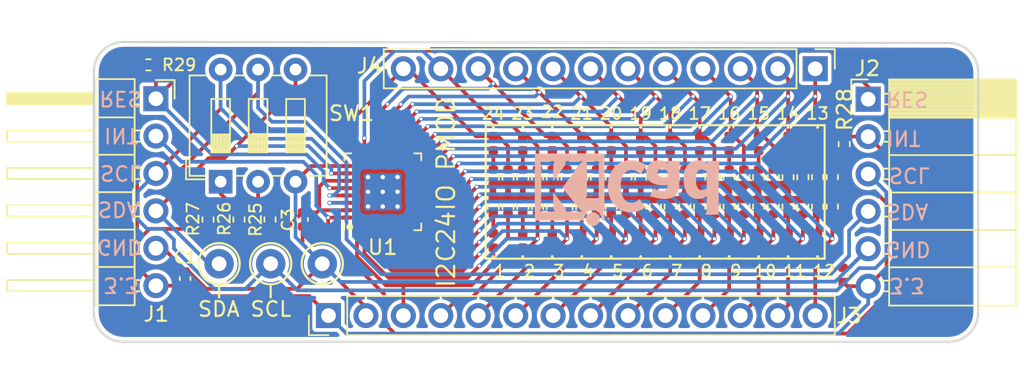
<source format=kicad_pcb>
(kicad_pcb (version 20171130) (host pcbnew "(5.1.10)-1")
  (title_block (title "iCEBreaker PMOD - Hyperram") (rev V1.0b) (company 1BitSquared) (comment 1 "2018 (C) 1BitSquared <info@1bitsquared.com>") (comment 2 "2018 (C) Piotr Esden-Tempski <piotr@esden.net>") (comment 3 "License: CC-BY-SA 4.0"))
  (layers (0 F.Cu signal) (31 B.Cu signal) (34 B.Paste user) (35 F.Paste user) (36 B.SilkS user) (37 F.SilkS user) (38 B.Mask user) (39 F.Mask user) (44 Edge.Cuts user))
  (net 0 "")
  (net 1 GND)
  (net 2 +3V3)
  (net 3 /SCL)
  (net 4 /SDA)
  (net 5 /io24)
  (net 6 /io22)
  (net 7 /io20)
  (net 8 /io18)
  (net 9 /io16)
  (net 10 /io14)
  (net 11 /io12)
  (net 12 /io10)
  (net 13 /io08)
  (net 14 /io06)
  (net 15 /io04)
  (net 16 /io02)
  (net 17 /io23)
  (net 18 /io21)
  (net 19 /io19)
  (net 20 /io17)
  (net 21 /io15)
  (net 22 /io13)
  (net 23 /io11)
  (net 24 /io09)
  (net 25 /io07)
  (net 26 /io05)
  (net 27 /io03)
  (net 28 /io01)
  (net 29 "Net-(D1-Pad2)")
  (net 30 "Net-(D2-Pad2)")
  (net 31 "Net-(D3-Pad2)")
  (net 32 "Net-(D4-Pad2)")
  (net 33 "Net-(D5-Pad2)")
  (net 34 "Net-(D6-Pad2)")
  (net 35 "Net-(D7-Pad2)")
  (net 36 "Net-(D8-Pad2)")
  (net 37 "Net-(D9-Pad2)")
  (net 38 "Net-(D10-Pad2)")
  (net 39 "Net-(D11-Pad2)")
  (net 40 "Net-(D12-Pad2)")
  (net 41 "Net-(R25-Pad2)")
  (net 42 "Net-(R26-Pad2)")
  (net 43 "Net-(R27-Pad1)")
  (net 44 "Net-(D13-Pad2)")
  (net 45 "Net-(D14-Pad2)")
  (net 46 "Net-(D15-Pad2)")
  (net 47 "Net-(D16-Pad2)")
  (net 48 "Net-(D17-Pad2)")
  (net 49 "Net-(D18-Pad2)")
  (net 50 "Net-(D19-Pad2)")
  (net 51 "Net-(D20-Pad2)")
  (net 52 "Net-(D21-Pad2)")
  (net 53 "Net-(D22-Pad2)")
  (net 54 "Net-(D23-Pad2)")
  (net 55 "Net-(D24-Pad2)")
  (net 56 /RES)
  (net 57 /INT)
  (module Resistor_SMD:R_0402_1005Metric (layer F.Cu) (at 142.7044 66.48916 180)
    (fp_text reference R29 (at -2.08788 -0.00508) (layer F.SilkS) (effects (font (size 0.8 0.8) (thickness 0.13))))
    (fp_text value 10K)
    (pad 2 smd roundrect (at 0.51 0 180) (size 0.54 0.64) (layers F.Cu F.Paste F.Mask) (net 2 +3V3))
    (pad 1 smd roundrect (at -0.51 0 180) (size 0.54 0.64) (layers F.Cu F.Paste F.Mask) (net 56 /RES))
  )
  (module Resistor_SMD:R_0402_1005Metric (layer F.Cu) (at 189.90776 71.87396 270)
    (fp_text reference R28 (at -2.34188 -0.03048 90) (layer F.SilkS))
    (fp_text value 10K)
    (pad 2 smd roundrect (at 0.51 0 270) (size 0.54 0.64) (layers F.Cu F.Paste F.Mask) (net 2 +3V3))
    (pad 1 smd roundrect (at -0.51 0 270) (size 0.54 0.64) (layers F.Cu F.Paste F.Mask) (net 57 /INT))
  )
  (module FM4DD:KiCad-Logo2_5mm_SilkScreen (layer B.Cu) (at 175.20116 74.4546)
    (fp_text reference REF** hide)
    (fp_text value KiCad-Logo2_5mm_SilkScreen hide)
  )
  (module Button_Switch_THT:SW_DIP_SPSTx03_Slide_6.7x9.18mm_W7.62mm_P2.54mm_LowProfile (layer F.Cu) (at 147.6066 74.4292 90)
    (fp_text reference SW1 (at 4.64312 8.87476) (layer F.SilkS))
    (fp_text value SW_DIP_x03)
    (pad 6 thru_hole oval (at 7.62 0 90) (size 1.6 1.6) (drill 0.8) (layers *.Cu *.Mask) (net 3 /SCL))
    (pad 3 thru_hole oval (at 0 5.08 90) (size 1.6 1.6) (drill 0.8) (layers *.Cu *.Mask) (net 1 GND))
    (pad 5 thru_hole oval (at 7.62 2.54 90) (size 1.6 1.6) (drill 0.8) (layers *.Cu *.Mask) (net 4 /SDA))
    (pad 2 thru_hole oval (at 0 2.54 90) (size 1.6 1.6) (drill 0.8) (layers *.Cu *.Mask) (net 41 "Net-(R25-Pad2)"))
    (pad 4 thru_hole oval (at 7.62 5.08 90) (size 1.6 1.6) (drill 0.8) (layers *.Cu *.Mask) (net 43 "Net-(R27-Pad1)"))
    (pad 1 thru_hole rect (at 0 0 90) (size 1.6 1.6) (drill 0.8) (layers *.Cu *.Mask) (net 42 "Net-(R26-Pad2)"))
  )
  (module FM4DD:UQFN-32-1EP_5x5mm_P0.5mm_EP3.15x3.15mm_ThermalVias (layer F.Cu) (at 158.6048 75.115 90)
    (fp_text reference U1 (at -3.76428 -0.01016 180) (layer F.SilkS))
    (fp_text value TCA6424A)
    (pad 24 smd custom (at 2.4635 -1.7526 270) (size 0.6 0.285) (layers F.Cu F.Paste F.Mask) (net 5 /io24) (clearance 0.07) (options (clearance outline) (anchor rect)) (primitives (gr_circle (center 0.28 0) (end 0.42 0) (width 0))))
    (pad 33 smd rect (at 0 0 90) (size 2.5 2.5) (layers B.Cu))
    (pad 33 thru_hole circle (at 1 1 90) (size 0.6 0.6) (drill 0.3) (layers *.Cu))
    (pad 33 thru_hole circle (at 0 1 90) (size 0.6 0.6) (drill 0.3) (layers *.Cu))
    (pad 33 thru_hole circle (at -1 1 90) (size 0.6 0.6) (drill 0.3) (layers *.Cu))
    (pad 33 thru_hole circle (at 1 0 90) (size 0.6 0.6) (drill 0.3) (layers *.Cu))
    (pad 33 thru_hole circle (at 0 0 90) (size 0.6 0.6) (drill 0.3) (layers *.Cu))
    (pad 33 thru_hole circle (at -1 0 90) (size 0.6 0.6) (drill 0.3) (layers *.Cu))
    (pad 33 thru_hole circle (at 1 -1 90) (size 0.6 0.6) (drill 0.3) (layers *.Cu))
    (pad 33 thru_hole circle (at 0 -1 90) (size 0.6 0.6) (drill 0.3) (layers *.Cu))
    (pad 33 thru_hole circle (at -1 -1 90) (size 0.6 0.6) (drill 0.3) (layers *.Cu))
    (pad 33 smd rect (at 0 0 90) (size 3.15 3.15) (layers F.Cu F.Mask))
    (pad 32 smd custom (at -1.75 -2.4635 90) (size 0.278 0.6) (layers F.Cu F.Paste F.Mask) (net 57 /INT) (clearance 0.07) (options (clearance outline) (anchor rect)) (primitives (gr_circle (center 0 0.28) (end 0.14 0.28) (width 0))))
    (pad 31 smd custom (at -1.25 -2.4635 90) (size 0.278 0.6) (layers F.Cu F.Paste F.Mask) (net 2 +3V3) (clearance 0.07) (options (clearance outline) (anchor rect)) (primitives (gr_circle (center 0 0.28) (end 0.14 0.28) (width 0))))
    (pad 30 smd custom (at -0.75 -2.4635 90) (size 0.278 0.6) (layers F.Cu F.Paste F.Mask) (net 4 /SDA) (clearance 0.07) (options (clearance outline) (anchor rect)) (primitives (gr_circle (center 0 0.28) (end 0.14 0.28) (width 0))))
    (pad 29 smd custom (at -0.25 -2.4635 90) (size 0.278 0.6) (layers F.Cu F.Paste F.Mask) (net 3 /SCL) (clearance 0.07) (options (clearance outline) (anchor rect)) (primitives (gr_circle (center 0 0.28) (end 0.14 0.28) (width 0))))
    (pad 28 smd custom (at 0.25 -2.4635 90) (size 0.278 0.6) (layers F.Cu F.Paste F.Mask) (net 56 /RES) (clearance 0.07) (options (clearance outline) (anchor rect)) (primitives (gr_circle (center 0 0.28) (end 0.14 0.28) (width 0))))
    (pad 27 smd custom (at 0.75 -2.4635 90) (size 0.278 0.6) (layers F.Cu F.Paste F.Mask) (net 2 +3V3) (clearance 0.07) (options (clearance outline) (anchor rect)) (primitives (gr_circle (center 0 0.28) (end 0.14 0.28) (width 0))))
    (pad 26 smd custom (at 1.25 -2.4635 90) (size 0.278 0.6) (layers F.Cu F.Paste F.Mask) (net 43 "Net-(R27-Pad1)") (clearance 0.07) (options (clearance outline) (anchor rect)) (primitives (gr_circle (center 0 0.28) (end 0.14 0.28) (width 0))))
    (pad 25 smd custom (at 1.75 -2.4635 90) (size 0.278 0.6) (layers F.Cu F.Paste F.Mask) (net 1 GND) (clearance 0.07) (options (clearance outline) (anchor rect)) (primitives (gr_circle (center 0 0.28) (end 0.14 0.28) (width 0))))
    (pad 23 smd custom (at 2.4635 -1.25 90) (size 0.6 0.278) (layers F.Cu F.Paste F.Mask) (net 17 /io23) (clearance 0.07) (options (clearance outline) (anchor rect)) (primitives (gr_circle (center -0.28 0) (end -0.14 0) (width 0))))
    (pad 22 smd custom (at 2.4635 -0.75 90) (size 0.6 0.278) (layers F.Cu F.Paste F.Mask) (net 6 /io22) (clearance 0.07) (options (clearance outline) (anchor rect)) (primitives (gr_circle (center -0.28 0) (end -0.14 0) (width 0))))
    (pad 21 smd custom (at 2.4635 -0.25 90) (size 0.6 0.278) (layers F.Cu F.Paste F.Mask) (net 18 /io21) (clearance 0.07) (options (clearance outline) (anchor rect)) (primitives (gr_circle (center -0.28 0) (end -0.14 0) (width 0))))
    (pad 20 smd custom (at 2.4635 0.25 90) (size 0.6 0.278) (layers F.Cu F.Paste F.Mask) (net 7 /io20) (clearance 0.07) (options (clearance outline) (anchor rect)) (primitives (gr_circle (center -0.28 0) (end -0.14 0) (width 0))))
    (pad 19 smd custom (at 2.4635 0.75 90) (size 0.6 0.278) (layers F.Cu F.Paste F.Mask) (net 19 /io19) (clearance 0.07) (options (clearance outline) (anchor rect)) (primitives (gr_circle (center -0.28 0) (end -0.14 0) (width 0))))
    (pad 18 smd custom (at 2.4635 1.25 90) (size 0.6 0.278) (layers F.Cu F.Paste F.Mask) (net 8 /io18) (clearance 0.07) (options (clearance outline) (anchor rect)) (primitives (gr_circle (center -0.28 0) (end -0.14 0) (width 0))))
    (pad 17 smd custom (at 2.4635 1.75 90) (size 0.6 0.278) (layers F.Cu F.Paste F.Mask) (net 20 /io17) (clearance 0.07) (options (clearance outline) (anchor rect)) (primitives (gr_circle (center -0.28 0) (end -0.14 0) (width 0))))
    (pad 16 smd custom (at 1.75 2.4635 90) (size 0.278 0.6) (layers F.Cu F.Paste F.Mask) (net 9 /io16) (clearance 0.07) (options (clearance outline) (anchor rect)) (primitives (gr_circle (center 0 -0.28) (end 0.14 -0.28) (width 0))))
    (pad 15 smd custom (at 1.25 2.4635 90) (size 0.278 0.6) (layers F.Cu F.Paste F.Mask) (net 21 /io15) (clearance 0.07) (options (clearance outline) (anchor rect)) (primitives (gr_circle (center 0 -0.28) (end 0.14 -0.28) (width 0))))
    (pad 14 smd custom (at 0.75 2.4635 90) (size 0.278 0.6) (layers F.Cu F.Paste F.Mask) (net 10 /io14) (clearance 0.07) (options (clearance outline) (anchor rect)) (primitives (gr_circle (center 0 -0.28) (end 0.14 -0.28) (width 0))))
    (pad 13 smd custom (at 0.25 2.4635 90) (size 0.278 0.6) (layers F.Cu F.Paste F.Mask) (net 22 /io13) (clearance 0.07) (options (clearance outline) (anchor rect)) (primitives (gr_circle (center 0 -0.28) (end 0.14 -0.28) (width 0))))
    (pad 12 smd custom (at -0.25 2.4635 90) (size 0.278 0.6) (layers F.Cu F.Paste F.Mask) (net 11 /io12) (clearance 0.07) (options (clearance outline) (anchor rect)) (primitives (gr_circle (center 0 -0.28) (end 0.14 -0.28) (width 0))))
    (pad 11 smd custom (at -0.75 2.4635 90) (size 0.278 0.6) (layers F.Cu F.Paste F.Mask) (net 23 /io11) (clearance 0.07) (options (clearance outline) (anchor rect)) (primitives (gr_circle (center 0 -0.28) (end 0.14 -0.28) (width 0))))
    (pad 10 smd custom (at -1.25 2.4635 90) (size 0.278 0.6) (layers F.Cu F.Paste F.Mask) (net 12 /io10) (clearance 0.07) (options (clearance outline) (anchor rect)) (primitives (gr_circle (center 0 -0.28) (end 0.14 -0.28) (width 0))))
    (pad 9 smd custom (at -1.75 2.4635 90) (size 0.278 0.6) (layers F.Cu F.Paste F.Mask) (net 24 /io09) (clearance 0.07) (options (clearance outline) (anchor rect)) (primitives (gr_circle (center 0 -0.28) (end 0.14 -0.28) (width 0))))
    (pad 8 smd custom (at -2.4635 1.75 90) (size 0.6 0.278) (layers F.Cu F.Paste F.Mask) (net 13 /io08) (clearance 0.07) (options (clearance outline) (anchor rect)) (primitives (gr_circle (center 0.28 0) (end 0.42 0) (width 0))))
    (pad 7 smd custom (at -2.4635 1.25 90) (size 0.6 0.278) (layers F.Cu F.Paste F.Mask) (net 25 /io07) (clearance 0.07) (options (clearance outline) (anchor rect)) (primitives (gr_circle (center 0.28 0) (end 0.42 0) (width 0))))
    (pad 6 smd custom (at -2.4635 0.75 90) (size 0.6 0.278) (layers F.Cu F.Paste F.Mask) (net 14 /io06) (clearance 0.07) (options (clearance outline) (anchor rect)) (primitives (gr_circle (center 0.28 0) (end 0.42 0) (width 0))))
    (pad 5 smd custom (at -2.4635 0.25 90) (size 0.6 0.278) (layers F.Cu F.Paste F.Mask) (net 26 /io05) (clearance 0.07) (options (clearance outline) (anchor rect)) (primitives (gr_circle (center 0.28 0) (end 0.42 0) (width 0))))
    (pad 4 smd custom (at -2.4635 -0.25 90) (size 0.6 0.278) (layers F.Cu F.Paste F.Mask) (net 15 /io04) (clearance 0.07) (options (clearance outline) (anchor rect)) (primitives (gr_circle (center 0.28 0) (end 0.42 0) (width 0))))
    (pad 3 smd custom (at -2.4635 -0.75 90) (size 0.6 0.278) (layers F.Cu F.Paste F.Mask) (net 27 /io03) (clearance 0.07) (options (clearance outline) (anchor rect)) (primitives (gr_circle (center 0.28 0) (end 0.42 0) (width 0))))
    (pad 2 smd custom (at -2.4635 -1.25 90) (size 0.6 0.278) (layers F.Cu F.Paste F.Mask) (net 16 /io02) (clearance 0.07) (options (clearance outline) (anchor rect)) (primitives (gr_circle (center 0.28 0) (end 0.42 0) (width 0))))
    (pad 1 smd custom (at -2.4635 -1.7526 90) (size 0.6 0.278) (layers F.Cu F.Paste F.Mask) (net 28 /io01) (clearance 0.07) (options (clearance outline) (anchor rect)) (primitives (gr_circle (center 0.28 0) (end 0.42 0) (width 0))))
  )
  (module Resistor_SMD:R_0402_1005Metric (layer F.Cu) (at 167.103 74.1242 270)
    (fp_text reference R54 hide)
    (fp_text value 100K)
    (pad 2 smd roundrect (at 0.51 0 270) (size 0.54 0.64) (layers F.Cu F.Paste F.Mask) (net 2 +3V3))
    (pad 1 smd roundrect (at -0.51 0 270) (size 0.54 0.64) (layers F.Cu F.Paste F.Mask) (net 5 /io24))
  )
  (module Resistor_SMD:R_0402_1005Metric (layer F.Cu) (at 187.103 74.1242 270)
    (fp_text reference R44 hide)
    (fp_text value 100K)
    (pad 2 smd roundrect (at 0.51 0 270) (size 0.54 0.64) (layers F.Cu F.Paste F.Mask) (net 2 +3V3))
    (pad 1 smd roundrect (at -0.51 0 270) (size 0.54 0.64) (layers F.Cu F.Paste F.Mask) (net 10 /io14))
  )
  (module Resistor_SMD:R_0402_1005Metric (layer F.Cu) (at 166.103 74.1242 270)
    (fp_text reference R24 hide)
    (fp_text value 470)
    (pad 2 smd roundrect (at 0.51 0 270) (size 0.54 0.64) (layers F.Cu F.Paste F.Mask) (net 2 +3V3))
    (pad 1 smd roundrect (at -0.51 0 270) (size 0.54 0.64) (layers F.Cu F.Paste F.Mask) (net 55 "Net-(D24-Pad2)"))
  )
  (module LED_SMD:LED_0402_1005Metric (layer F.Cu) (at 166.103 71.8242 270)
    (fp_text reference D24 hide)
    (fp_text value LED_Small)
    (pad 2 smd roundrect (at 0.485 0 270) (size 0.59 0.64) (layers F.Cu F.Paste F.Mask) (net 55 "Net-(D24-Pad2)"))
    (pad 1 smd roundrect (at -0.485 0 270) (size 0.59 0.64) (layers F.Cu F.Paste F.Mask) (net 5 /io24))
  )
  (module LED_SMD:LED_0402_1005Metric (layer F.Cu) (at 168.103 71.8242 270)
    (fp_text reference D23 hide)
    (fp_text value LED_Small)
    (pad 2 smd roundrect (at 0.485 0 270) (size 0.59 0.64) (layers F.Cu F.Paste F.Mask) (net 54 "Net-(D23-Pad2)"))
    (pad 1 smd roundrect (at -0.485 0 270) (size 0.59 0.64) (layers F.Cu F.Paste F.Mask) (net 17 /io23))
  )
  (module LED_SMD:LED_0402_1005Metric (layer F.Cu) (at 170.103 71.8242 270)
    (fp_text reference D22 hide)
    (fp_text value LED_Small)
    (pad 2 smd roundrect (at 0.485 0 270) (size 0.59 0.64) (layers F.Cu F.Paste F.Mask) (net 53 "Net-(D22-Pad2)"))
    (pad 1 smd roundrect (at -0.485 0 270) (size 0.59 0.64) (layers F.Cu F.Paste F.Mask) (net 6 /io22))
  )
  (module LED_SMD:LED_0402_1005Metric (layer F.Cu) (at 172.102 71.8242 270)
    (fp_text reference D21 hide)
    (fp_text value LED_Small)
    (pad 2 smd roundrect (at 0.485 0 270) (size 0.59 0.64) (layers F.Cu F.Paste F.Mask) (net 52 "Net-(D21-Pad2)"))
    (pad 1 smd roundrect (at -0.485 0 270) (size 0.59 0.64) (layers F.Cu F.Paste F.Mask) (net 18 /io21))
  )
  (module LED_SMD:LED_0402_1005Metric (layer F.Cu) (at 174.103 71.8242 270)
    (fp_text reference D20 hide)
    (fp_text value LED_Small)
    (pad 2 smd roundrect (at 0.485 0 270) (size 0.59 0.64) (layers F.Cu F.Paste F.Mask) (net 51 "Net-(D20-Pad2)"))
    (pad 1 smd roundrect (at -0.485 0 270) (size 0.59 0.64) (layers F.Cu F.Paste F.Mask) (net 7 /io20))
  )
  (module FM4DD:PMODPinSocket_1x06_P2.54mm_Horizontal (layer F.Cu) (at 191.4724 81.6174 180)
    (fp_text reference J2 (at -0.00508 14.8844 180) (layer F.SilkS))
    (fp_text value PMOD_01x06)
    (pad 6 thru_hole oval (at -0.0626 0.0928 180) (size 1.7 1.7) (drill 1) (layers *.Cu *.Mask) (net 2 +3V3))
    (pad 5 thru_hole oval (at -0.0626 2.6328 180) (size 1.7 1.7) (drill 1) (layers *.Cu *.Mask) (net 1 GND))
    (pad 4 thru_hole oval (at -0.0626 5.1728 180) (size 1.7 1.7) (drill 1) (layers *.Cu *.Mask) (net 4 /SDA))
    (pad 3 thru_hole oval (at -0.0626 7.7128 180) (size 1.7 1.7) (drill 1) (layers *.Cu *.Mask) (net 3 /SCL))
    (pad 2 thru_hole oval (at -0.0626 10.2528 180) (size 1.7 1.7) (drill 1) (layers *.Cu *.Mask) (net 57 /INT))
    (pad 1 thru_hole rect (at -0.0626 12.7928 180) (size 1.7 1.7) (drill 1) (layers *.Cu *.Mask) (net 56 /RES))
  )
  (module FM4DD:PMOD_Header_1x06_P2.54mm_Horizontal (layer F.Cu) (at 143.2124 81.4904 180)
    (fp_text reference J1 (at -0.0254 -1.9304 180) (layer F.SilkS))
    (fp_text value PMOD_01x06)
    (pad 1 thru_hole rect (at 0 12.7 180) (size 1.7 1.7) (drill 1) (layers *.Cu *.Mask) (net 56 /RES))
    (pad 2 thru_hole oval (at 0 10.16 180) (size 1.7 1.7) (drill 1) (layers *.Cu *.Mask) (net 57 /INT))
    (pad 3 thru_hole oval (at 0 7.62 180) (size 1.7 1.7) (drill 1) (layers *.Cu *.Mask) (net 3 /SCL))
    (pad 4 thru_hole oval (at 0 5.08 180) (size 1.7 1.7) (drill 1) (layers *.Cu *.Mask) (net 4 /SDA))
    (pad 5 thru_hole oval (at 0 2.54 180) (size 1.7 1.7) (drill 1) (layers *.Cu *.Mask) (net 1 GND))
    (pad 6 thru_hole oval (at 0 0 180) (size 1.7 1.7) (drill 1) (layers *.Cu *.Mask) (net 2 +3V3))
  )
  (module TestPoint:TestPoint_Keystone_5000-5004_Miniature (layer F.Cu) (at 154.5 80)
    (fp_text reference TP3 hide)
    (fp_text value TestPoint)
    (pad 1 thru_hole circle (at 0 0) (size 2 2) (drill 1) (layers *.Cu *.Mask) (net 1 GND))
  )
  (module TestPoint:TestPoint_Keystone_5000-5004_Miniature (layer F.Cu) (at 151 80)
    (fp_text reference TP2 hide)
    (fp_text value TestPoint)
    (pad 1 thru_hole circle (at 0 0) (size 2 2) (drill 1) (layers *.Cu *.Mask) (net 3 /SCL))
  )
  (module TestPoint:TestPoint_Keystone_5000-5004_Miniature (layer F.Cu) (at 147.5 80)
    (fp_text reference TP1 hide)
    (fp_text value TestPoint)
    (pad 1 thru_hole circle (at 0 0) (size 2 2) (drill 1) (layers *.Cu *.Mask) (net 4 /SDA))
  )
  (module Connector_PinHeader_2.54mm:PinHeader_1x12_P2.54mm_Vertical (layer F.Cu) (at 187.9418 66.7584 270)
    (fp_text reference J4 (at -0.19812 30.24124 180) (layer F.SilkS))
    (fp_text value Conn_01x12)
    (pad 12 thru_hole oval (at 0 27.94 270) (size 1.7 1.7) (drill 1) (layers *.Cu *.Mask) (net 5 /io24))
    (pad 11 thru_hole oval (at 0 25.4 270) (size 1.7 1.7) (drill 1) (layers *.Cu *.Mask) (net 17 /io23))
    (pad 10 thru_hole oval (at 0 22.86 270) (size 1.7 1.7) (drill 1) (layers *.Cu *.Mask) (net 6 /io22))
    (pad 9 thru_hole oval (at 0 20.32 270) (size 1.7 1.7) (drill 1) (layers *.Cu *.Mask) (net 18 /io21))
    (pad 8 thru_hole oval (at 0 17.78 270) (size 1.7 1.7) (drill 1) (layers *.Cu *.Mask) (net 7 /io20))
    (pad 7 thru_hole oval (at 0 15.24 270) (size 1.7 1.7) (drill 1) (layers *.Cu *.Mask) (net 19 /io19))
    (pad 6 thru_hole oval (at 0 12.7 270) (size 1.7 1.7) (drill 1) (layers *.Cu *.Mask) (net 8 /io18))
    (pad 5 thru_hole oval (at 0 10.16 270) (size 1.7 1.7) (drill 1) (layers *.Cu *.Mask) (net 20 /io17))
    (pad 4 thru_hole oval (at 0 7.62 270) (size 1.7 1.7) (drill 1) (layers *.Cu *.Mask) (net 9 /io16))
    (pad 3 thru_hole oval (at 0 5.08 270) (size 1.7 1.7) (drill 1) (layers *.Cu *.Mask) (net 21 /io15))
    (pad 2 thru_hole oval (at 0 2.54 270) (size 1.7 1.7) (drill 1) (layers *.Cu *.Mask) (net 10 /io14))
    (pad 1 thru_hole rect (at 0 0 270) (size 1.7 1.7) (drill 1) (layers *.Cu *.Mask) (net 22 /io13))
  )
  (module Connector_PinHeader_2.54mm:PinHeader_1x14_P2.54mm_Vertical (layer F.Cu) (at 154.9218 83.5224 90)
    (fp_text reference J3 (at -0.0127 35.32124 180) (layer F.SilkS))
    (fp_text value Conn_01x14)
    (pad 14 thru_hole oval (at 0 33.02 90) (size 1.7 1.7) (drill 1) (layers *.Cu *.Mask) (net 11 /io12))
    (pad 13 thru_hole oval (at 0 30.48 90) (size 1.7 1.7) (drill 1) (layers *.Cu *.Mask) (net 23 /io11))
    (pad 12 thru_hole oval (at 0 27.94 90) (size 1.7 1.7) (drill 1) (layers *.Cu *.Mask) (net 12 /io10))
    (pad 11 thru_hole oval (at 0 25.4 90) (size 1.7 1.7) (drill 1) (layers *.Cu *.Mask) (net 24 /io09))
    (pad 10 thru_hole oval (at 0 22.86 90) (size 1.7 1.7) (drill 1) (layers *.Cu *.Mask) (net 13 /io08))
    (pad 9 thru_hole oval (at 0 20.32 90) (size 1.7 1.7) (drill 1) (layers *.Cu *.Mask) (net 25 /io07))
    (pad 8 thru_hole oval (at 0 17.78 90) (size 1.7 1.7) (drill 1) (layers *.Cu *.Mask) (net 14 /io06))
    (pad 7 thru_hole oval (at 0 15.24 90) (size 1.7 1.7) (drill 1) (layers *.Cu *.Mask) (net 26 /io05))
    (pad 6 thru_hole oval (at 0 12.7 90) (size 1.7 1.7) (drill 1) (layers *.Cu *.Mask) (net 15 /io04))
    (pad 5 thru_hole oval (at 0 10.16 90) (size 1.7 1.7) (drill 1) (layers *.Cu *.Mask) (net 27 /io03))
    (pad 4 thru_hole oval (at 0 7.62 90) (size 1.7 1.7) (drill 1) (layers *.Cu *.Mask) (net 16 /io02))
    (pad 3 thru_hole oval (at 0 5.08 90) (size 1.7 1.7) (drill 1) (layers *.Cu *.Mask) (net 28 /io01))
    (pad 2 thru_hole oval (at 0 2.54 90) (size 1.7 1.7) (drill 1) (layers *.Cu *.Mask) (net 1 GND))
    (pad 1 thru_hole rect (at 0 0 90) (size 1.7 1.7) (drill 1) (layers *.Cu *.Mask) (net 2 +3V3))
  )
  (module Capacitor_SMD:C_0402_1005Metric (layer F.Cu) (at 153.16412 76.9946 270)
    (fp_text reference C3 (at 0.0254 0.9906 90) (layer F.SilkS) (effects (font (size 0.8 0.8) (thickness 0.13))))
    (fp_text value 0.1uF)
    (pad 2 smd roundrect (at 0.48 0 270) (size 0.56 0.62) (layers F.Cu F.Paste F.Mask) (net 1 GND))
    (pad 1 smd roundrect (at -0.48 0 270) (size 0.56 0.62) (layers F.Cu F.Paste F.Mask) (net 2 +3V3))
  )
  (module Capacitor_SMD:C_0402_1005Metric (layer F.Cu) (at 189.8214 80.7538 90)
    (fp_text reference C2 hide)
    (fp_text value 0.1uF)
    (pad 1 smd roundrect (at -0.48 0 90) (size 0.56 0.62) (layers F.Cu F.Paste F.Mask) (net 2 +3V3))
    (pad 2 smd roundrect (at 0.48 0 90) (size 0.56 0.62) (layers F.Cu F.Paste F.Mask) (net 1 GND))
  )
  (module Capacitor_SMD:C_0402_1005Metric (layer F.Cu) (at 145.1936 81.0078 90)
    (fp_text reference C1 (at 1.4478 0 180) (layer F.SilkS) (effects (font (size 0.8 0.8) (thickness 0.13))))
    (fp_text value 0.1uF)
    (pad 2 smd roundrect (at 0.48 0 90) (size 0.56 0.62) (layers F.Cu F.Paste F.Mask) (net 1 GND))
    (pad 1 smd roundrect (at -0.48 0 90) (size 0.56 0.62) (layers F.Cu F.Paste F.Mask) (net 2 +3V3))
  )
  (module Resistor_SMD:R_0402_1005Metric (layer F.Cu) (at 169.103 74.1242 270)
    (fp_text reference R53 hide)
    (fp_text value 100K)
    (pad 1 smd roundrect (at -0.51 0 270) (size 0.54 0.64) (layers F.Cu F.Paste F.Mask) (net 17 /io23))
    (pad 2 smd roundrect (at 0.51 0 270) (size 0.54 0.64) (layers F.Cu F.Paste F.Mask) (net 2 +3V3))
  )
  (module Resistor_SMD:R_0402_1005Metric (layer F.Cu) (at 171.103 74.1242 270)
    (fp_text reference R52 hide)
    (fp_text value 100K)
    (pad 1 smd roundrect (at -0.51 0 270) (size 0.54 0.64) (layers F.Cu F.Paste F.Mask) (net 6 /io22))
    (pad 2 smd roundrect (at 0.51 0 270) (size 0.54 0.64) (layers F.Cu F.Paste F.Mask) (net 2 +3V3))
  )
  (module Resistor_SMD:R_0402_1005Metric (layer F.Cu) (at 173.103 74.1242 270)
    (fp_text reference R51 hide)
    (fp_text value 100K)
    (pad 1 smd roundrect (at -0.51 0 270) (size 0.54 0.64) (layers F.Cu F.Paste F.Mask) (net 18 /io21))
    (pad 2 smd roundrect (at 0.51 0 270) (size 0.54 0.64) (layers F.Cu F.Paste F.Mask) (net 2 +3V3))
  )
  (module Resistor_SMD:R_0402_1005Metric (layer F.Cu) (at 175.103 74.1242 270)
    (fp_text reference R50 hide)
    (fp_text value 100K)
    (pad 1 smd roundrect (at -0.51 0 270) (size 0.54 0.64) (layers F.Cu F.Paste F.Mask) (net 7 /io20))
    (pad 2 smd roundrect (at 0.51 0 270) (size 0.54 0.64) (layers F.Cu F.Paste F.Mask) (net 2 +3V3))
  )
  (module Resistor_SMD:R_0402_1005Metric (layer F.Cu) (at 177.103 74.1242 270)
    (fp_text reference R49 hide)
    (fp_text value 100K)
    (pad 1 smd roundrect (at -0.51 0 270) (size 0.54 0.64) (layers F.Cu F.Paste F.Mask) (net 19 /io19))
    (pad 2 smd roundrect (at 0.51 0 270) (size 0.54 0.64) (layers F.Cu F.Paste F.Mask) (net 2 +3V3))
  )
  (module Resistor_SMD:R_0402_1005Metric (layer F.Cu) (at 179.103 74.1242 270)
    (fp_text reference R48 hide)
    (fp_text value 100K)
    (pad 1 smd roundrect (at -0.51 0 270) (size 0.54 0.64) (layers F.Cu F.Paste F.Mask) (net 8 /io18))
    (pad 2 smd roundrect (at 0.51 0 270) (size 0.54 0.64) (layers F.Cu F.Paste F.Mask) (net 2 +3V3))
  )
  (module Resistor_SMD:R_0402_1005Metric (layer F.Cu) (at 181.103 74.1242 270)
    (fp_text reference R47 hide)
    (fp_text value 100K)
    (pad 1 smd roundrect (at -0.51 0 270) (size 0.54 0.64) (layers F.Cu F.Paste F.Mask) (net 20 /io17))
    (pad 2 smd roundrect (at 0.51 0 270) (size 0.54 0.64) (layers F.Cu F.Paste F.Mask) (net 2 +3V3))
  )
  (module Resistor_SMD:R_0402_1005Metric (layer F.Cu) (at 183.103 74.1242 270)
    (fp_text reference R46 hide)
    (fp_text value 100K)
    (pad 1 smd roundrect (at -0.51 0 270) (size 0.54 0.64) (layers F.Cu F.Paste F.Mask) (net 9 /io16))
    (pad 2 smd roundrect (at 0.51 0 270) (size 0.54 0.64) (layers F.Cu F.Paste F.Mask) (net 2 +3V3))
  )
  (module Resistor_SMD:R_0402_1005Metric (layer F.Cu) (at 185.103 74.1242 270)
    (fp_text reference R45 hide)
    (fp_text value 100K)
    (pad 1 smd roundrect (at -0.51 0 270) (size 0.54 0.64) (layers F.Cu F.Paste F.Mask) (net 21 /io15))
    (pad 2 smd roundrect (at 0.51 0 270) (size 0.54 0.64) (layers F.Cu F.Paste F.Mask) (net 2 +3V3))
  )
  (module Resistor_SMD:R_0402_1005Metric (layer F.Cu) (at 189.103 74.1242 270)
    (fp_text reference R43 hide)
    (fp_text value 100K)
    (pad 1 smd roundrect (at -0.51 0 270) (size 0.54 0.64) (layers F.Cu F.Paste F.Mask) (net 22 /io13))
    (pad 2 smd roundrect (at 0.51 0 270) (size 0.54 0.64) (layers F.Cu F.Paste F.Mask) (net 2 +3V3))
  )
  (module Resistor_SMD:R_0402_1005Metric (layer F.Cu) (at 187.103 76.1242 90)
    (fp_text reference R41 hide)
    (fp_text value 100K)
    (pad 1 smd roundrect (at -0.51 0 90) (size 0.54 0.64) (layers F.Cu F.Paste F.Mask) (net 23 /io11))
    (pad 2 smd roundrect (at 0.51 0 90) (size 0.54 0.64) (layers F.Cu F.Paste F.Mask) (net 2 +3V3))
  )
  (module Resistor_SMD:R_0402_1005Metric (layer F.Cu) (at 185.103 76.1242 90)
    (fp_text reference R40 hide)
    (fp_text value 100K)
    (pad 1 smd roundrect (at -0.51 0 90) (size 0.54 0.64) (layers F.Cu F.Paste F.Mask) (net 12 /io10))
    (pad 2 smd roundrect (at 0.51 0 90) (size 0.54 0.64) (layers F.Cu F.Paste F.Mask) (net 2 +3V3))
  )
  (module Resistor_SMD:R_0402_1005Metric (layer F.Cu) (at 183.103 76.1242 90)
    (fp_text reference R39 hide)
    (fp_text value 100K)
    (pad 1 smd roundrect (at -0.51 0 90) (size 0.54 0.64) (layers F.Cu F.Paste F.Mask) (net 24 /io09))
    (pad 2 smd roundrect (at 0.51 0 90) (size 0.54 0.64) (layers F.Cu F.Paste F.Mask) (net 2 +3V3))
  )
  (module Resistor_SMD:R_0402_1005Metric (layer F.Cu) (at 181.103 76.1242 90)
    (fp_text reference R38 hide)
    (fp_text value 100K)
    (pad 1 smd roundrect (at -0.51 0 90) (size 0.54 0.64) (layers F.Cu F.Paste F.Mask) (net 13 /io08))
    (pad 2 smd roundrect (at 0.51 0 90) (size 0.54 0.64) (layers F.Cu F.Paste F.Mask) (net 2 +3V3))
  )
  (module Resistor_SMD:R_0402_1005Metric (layer F.Cu) (at 179.103 76.1242 90)
    (fp_text reference R37 hide)
    (fp_text value 100K)
    (pad 1 smd roundrect (at -0.51 0 90) (size 0.54 0.64) (layers F.Cu F.Paste F.Mask) (net 25 /io07))
    (pad 2 smd roundrect (at 0.51 0 90) (size 0.54 0.64) (layers F.Cu F.Paste F.Mask) (net 2 +3V3))
  )
  (module Resistor_SMD:R_0402_1005Metric (layer F.Cu) (at 177.103 76.1242 90)
    (fp_text reference R36 hide)
    (fp_text value 100K)
    (pad 1 smd roundrect (at -0.51 0 90) (size 0.54 0.64) (layers F.Cu F.Paste F.Mask) (net 14 /io06))
    (pad 2 smd roundrect (at 0.51 0 90) (size 0.54 0.64) (layers F.Cu F.Paste F.Mask) (net 2 +3V3))
  )
  (module Resistor_SMD:R_0402_1005Metric (layer F.Cu) (at 175.103 76.1242 90)
    (fp_text reference R35 hide)
    (fp_text value 100K)
    (pad 1 smd roundrect (at -0.51 0 90) (size 0.54 0.64) (layers F.Cu F.Paste F.Mask) (net 26 /io05))
    (pad 2 smd roundrect (at 0.51 0 90) (size 0.54 0.64) (layers F.Cu F.Paste F.Mask) (net 2 +3V3))
  )
  (module Resistor_SMD:R_0402_1005Metric (layer F.Cu) (at 173.103 76.1242 90)
    (fp_text reference R34 hide)
    (fp_text value 100K)
    (pad 1 smd roundrect (at -0.51 0 90) (size 0.54 0.64) (layers F.Cu F.Paste F.Mask) (net 15 /io04))
    (pad 2 smd roundrect (at 0.51 0 90) (size 0.54 0.64) (layers F.Cu F.Paste F.Mask) (net 2 +3V3))
  )
  (module Resistor_SMD:R_0402_1005Metric (layer F.Cu) (at 171.103 76.1242 90)
    (fp_text reference R33 hide)
    (fp_text value 100K)
    (pad 1 smd roundrect (at -0.51 0 90) (size 0.54 0.64) (layers F.Cu F.Paste F.Mask) (net 27 /io03))
    (pad 2 smd roundrect (at 0.51 0 90) (size 0.54 0.64) (layers F.Cu F.Paste F.Mask) (net 2 +3V3))
  )
  (module Resistor_SMD:R_0402_1005Metric (layer F.Cu) (at 169.103 76.1242 90)
    (fp_text reference R32 hide)
    (fp_text value 100K)
    (pad 1 smd roundrect (at -0.51 0 90) (size 0.54 0.64) (layers F.Cu F.Paste F.Mask) (net 16 /io02))
    (pad 2 smd roundrect (at 0.51 0 90) (size 0.54 0.64) (layers F.Cu F.Paste F.Mask) (net 2 +3V3))
  )
  (module Resistor_SMD:R_0402_1005Metric (layer F.Cu) (at 167.103 76.1242 90)
    (fp_text reference R31 hide)
    (fp_text value 100K)
    (pad 1 smd roundrect (at -0.51 0 90) (size 0.54 0.64) (layers F.Cu F.Paste F.Mask) (net 28 /io01))
    (pad 2 smd roundrect (at 0.51 0 90) (size 0.54 0.64) (layers F.Cu F.Paste F.Mask) (net 2 +3V3))
  )
  (module Resistor_SMD:R_0402_1005Metric (layer F.Cu) (at 189.103 76.1242 90)
    (fp_text reference R42 hide)
    (fp_text value 100K)
    (pad 1 smd roundrect (at -0.51 0 90) (size 0.54 0.64) (layers F.Cu F.Paste F.Mask) (net 11 /io12))
    (pad 2 smd roundrect (at 0.51 0 90) (size 0.54 0.64) (layers F.Cu F.Paste F.Mask) (net 2 +3V3))
  )
  (module Resistor_SMD:R_0402_1005Metric (layer F.Cu) (at 168.103 74.1242 270)
    (fp_text reference R23 hide)
    (fp_text value 470)
    (pad 2 smd roundrect (at 0.51 0 270) (size 0.54 0.64) (layers F.Cu F.Paste F.Mask) (net 2 +3V3))
    (pad 1 smd roundrect (at -0.51 0 270) (size 0.54 0.64) (layers F.Cu F.Paste F.Mask) (net 54 "Net-(D23-Pad2)"))
  )
  (module Resistor_SMD:R_0402_1005Metric (layer F.Cu) (at 170.103 74.1242 270)
    (fp_text reference R22 hide)
    (fp_text value 470)
    (pad 2 smd roundrect (at 0.51 0 270) (size 0.54 0.64) (layers F.Cu F.Paste F.Mask) (net 2 +3V3))
    (pad 1 smd roundrect (at -0.51 0 270) (size 0.54 0.64) (layers F.Cu F.Paste F.Mask) (net 53 "Net-(D22-Pad2)"))
  )
  (module Resistor_SMD:R_0402_1005Metric (layer F.Cu) (at 172.103 74.1242 270)
    (fp_text reference R21 hide)
    (fp_text value 470)
    (pad 2 smd roundrect (at 0.51 0 270) (size 0.54 0.64) (layers F.Cu F.Paste F.Mask) (net 2 +3V3))
    (pad 1 smd roundrect (at -0.51 0 270) (size 0.54 0.64) (layers F.Cu F.Paste F.Mask) (net 52 "Net-(D21-Pad2)"))
  )
  (module Resistor_SMD:R_0402_1005Metric (layer F.Cu) (at 174.103 74.1242 270)
    (fp_text reference R20 hide)
    (fp_text value 470)
    (pad 2 smd roundrect (at 0.51 0 270) (size 0.54 0.64) (layers F.Cu F.Paste F.Mask) (net 2 +3V3))
    (pad 1 smd roundrect (at -0.51 0 270) (size 0.54 0.64) (layers F.Cu F.Paste F.Mask) (net 51 "Net-(D20-Pad2)"))
  )
  (module Resistor_SMD:R_0402_1005Metric (layer F.Cu) (at 176.103 74.1242 270)
    (fp_text reference R19 hide)
    (fp_text value 470)
    (pad 2 smd roundrect (at 0.51 0 270) (size 0.54 0.64) (layers F.Cu F.Paste F.Mask) (net 2 +3V3))
    (pad 1 smd roundrect (at -0.51 0 270) (size 0.54 0.64) (layers F.Cu F.Paste F.Mask) (net 50 "Net-(D19-Pad2)"))
  )
  (module Resistor_SMD:R_0402_1005Metric (layer F.Cu) (at 178.103 74.1242 270)
    (fp_text reference R18 hide)
    (fp_text value 470)
    (pad 2 smd roundrect (at 0.51 0 270) (size 0.54 0.64) (layers F.Cu F.Paste F.Mask) (net 2 +3V3))
    (pad 1 smd roundrect (at -0.51 0 270) (size 0.54 0.64) (layers F.Cu F.Paste F.Mask) (net 49 "Net-(D18-Pad2)"))
  )
  (module Resistor_SMD:R_0402_1005Metric (layer F.Cu) (at 180.103 74.1242 270)
    (fp_text reference R17 hide)
    (fp_text value 470)
    (pad 2 smd roundrect (at 0.51 0 270) (size 0.54 0.64) (layers F.Cu F.Paste F.Mask) (net 2 +3V3))
    (pad 1 smd roundrect (at -0.51 0 270) (size 0.54 0.64) (layers F.Cu F.Paste F.Mask) (net 48 "Net-(D17-Pad2)"))
  )
  (module Resistor_SMD:R_0402_1005Metric (layer F.Cu) (at 182.103 74.1242 270)
    (fp_text reference R16 hide)
    (fp_text value 470)
    (pad 2 smd roundrect (at 0.51 0 270) (size 0.54 0.64) (layers F.Cu F.Paste F.Mask) (net 2 +3V3))
    (pad 1 smd roundrect (at -0.51 0 270) (size 0.54 0.64) (layers F.Cu F.Paste F.Mask) (net 47 "Net-(D16-Pad2)"))
  )
  (module Resistor_SMD:R_0402_1005Metric (layer F.Cu) (at 184.103 74.1242 270)
    (fp_text reference R15 hide)
    (fp_text value 470)
    (pad 2 smd roundrect (at 0.51 0 270) (size 0.54 0.64) (layers F.Cu F.Paste F.Mask) (net 2 +3V3))
    (pad 1 smd roundrect (at -0.51 0 270) (size 0.54 0.64) (layers F.Cu F.Paste F.Mask) (net 46 "Net-(D15-Pad2)"))
  )
  (module Resistor_SMD:R_0402_1005Metric (layer F.Cu) (at 186.103 74.1242 270)
    (fp_text reference R14 hide)
    (fp_text value 470)
    (pad 2 smd roundrect (at 0.51 0 270) (size 0.54 0.64) (layers F.Cu F.Paste F.Mask) (net 2 +3V3))
    (pad 1 smd roundrect (at -0.51 0 270) (size 0.54 0.64) (layers F.Cu F.Paste F.Mask) (net 45 "Net-(D14-Pad2)"))
  )
  (module Resistor_SMD:R_0402_1005Metric (layer F.Cu) (at 188.103 74.1242 270)
    (fp_text reference R13 hide)
    (fp_text value 470)
    (pad 2 smd roundrect (at 0.51 0 270) (size 0.54 0.64) (layers F.Cu F.Paste F.Mask) (net 2 +3V3))
    (pad 1 smd roundrect (at -0.51 0 270) (size 0.54 0.64) (layers F.Cu F.Paste F.Mask) (net 44 "Net-(D13-Pad2)"))
  )
  (module LED_SMD:LED_0402_1005Metric (layer F.Cu) (at 176.103 71.8242 270)
    (fp_text reference D19 hide)
    (fp_text value LED_Small)
    (pad 2 smd roundrect (at 0.485 0 270) (size 0.59 0.64) (layers F.Cu F.Paste F.Mask) (net 50 "Net-(D19-Pad2)"))
    (pad 1 smd roundrect (at -0.485 0 270) (size 0.59 0.64) (layers F.Cu F.Paste F.Mask) (net 19 /io19))
  )
  (module LED_SMD:LED_0402_1005Metric (layer F.Cu) (at 178.103 71.8242 270)
    (fp_text reference D18 hide)
    (fp_text value LED_Small)
    (pad 2 smd roundrect (at 0.485 0 270) (size 0.59 0.64) (layers F.Cu F.Paste F.Mask) (net 49 "Net-(D18-Pad2)"))
    (pad 1 smd roundrect (at -0.485 0 270) (size 0.59 0.64) (layers F.Cu F.Paste F.Mask) (net 8 /io18))
  )
  (module LED_SMD:LED_0402_1005Metric (layer F.Cu) (at 180.103 71.8242 270)
    (fp_text reference D17 hide)
    (fp_text value LED_Small)
    (pad 2 smd roundrect (at 0.485 0 270) (size 0.59 0.64) (layers F.Cu F.Paste F.Mask) (net 48 "Net-(D17-Pad2)"))
    (pad 1 smd roundrect (at -0.485 0 270) (size 0.59 0.64) (layers F.Cu F.Paste F.Mask) (net 20 /io17))
  )
  (module LED_SMD:LED_0402_1005Metric (layer F.Cu) (at 182.103 71.8242 270)
    (fp_text reference D16 hide)
    (fp_text value LED_Small)
    (pad 2 smd roundrect (at 0.485 0 270) (size 0.59 0.64) (layers F.Cu F.Paste F.Mask) (net 47 "Net-(D16-Pad2)"))
    (pad 1 smd roundrect (at -0.485 0 270) (size 0.59 0.64) (layers F.Cu F.Paste F.Mask) (net 9 /io16))
  )
  (module LED_SMD:LED_0402_1005Metric (layer F.Cu) (at 184.103 71.8242 270)
    (fp_text reference D15 hide)
    (fp_text value LED_Small)
    (pad 2 smd roundrect (at 0.485 0 270) (size 0.59 0.64) (layers F.Cu F.Paste F.Mask) (net 46 "Net-(D15-Pad2)"))
    (pad 1 smd roundrect (at -0.485 0 270) (size 0.59 0.64) (layers F.Cu F.Paste F.Mask) (net 21 /io15))
  )
  (module LED_SMD:LED_0402_1005Metric (layer F.Cu) (at 186.103 71.8242 270)
    (fp_text reference D14 hide)
    (fp_text value LED_Small)
    (pad 2 smd roundrect (at 0.485 0 270) (size 0.59 0.64) (layers F.Cu F.Paste F.Mask) (net 45 "Net-(D14-Pad2)"))
    (pad 1 smd roundrect (at -0.485 0 270) (size 0.59 0.64) (layers F.Cu F.Paste F.Mask) (net 10 /io14))
  )
  (module LED_SMD:LED_0402_1005Metric (layer F.Cu) (at 188.103 71.8242 270)
    (fp_text reference D13 hide)
    (fp_text value LED_Small)
    (pad 2 smd roundrect (at 0.485 0 270) (size 0.59 0.64) (layers F.Cu F.Paste F.Mask) (net 44 "Net-(D13-Pad2)"))
    (pad 1 smd roundrect (at -0.485 0 270) (size 0.59 0.64) (layers F.Cu F.Paste F.Mask) (net 22 /io13))
  )
  (module Resistor_SMD:R_0402_1005Metric (layer F.Cu) (at 146.74808 77 270)
    (fp_text reference R27 (at -0.0254 1.016 90) (layer F.SilkS) (effects (font (size 0.8 0.8) (thickness 0.13))))
    (fp_text value 10K)
    (pad 2 smd roundrect (at 0.51 0 270) (size 0.54 0.64) (layers F.Cu F.Paste F.Mask) (net 2 +3V3))
    (pad 1 smd roundrect (at -0.51 0 270) (size 0.54 0.64) (layers F.Cu F.Paste F.Mask) (net 43 "Net-(R27-Pad1)"))
  )
  (module Resistor_SMD:R_0402_1005Metric (layer F.Cu) (at 148.85 77 90)
    (fp_text reference R26 (at 0.0508 -0.99448 90) (layer F.SilkS) (effects (font (size 0.8 0.8) (thickness 0.13))))
    (fp_text value 4.7K)
    (pad 2 smd roundrect (at 0.51 0 90) (size 0.54 0.64) (layers F.Cu F.Paste F.Mask) (net 42 "Net-(R26-Pad2)"))
    (pad 1 smd roundrect (at -0.51 0 90) (size 0.54 0.64) (layers F.Cu F.Paste F.Mask) (net 2 +3V3))
  )
  (module Resistor_SMD:R_0402_1005Metric (layer F.Cu) (at 150.95432 76.9946 90)
    (fp_text reference R25 (at -0.01524 -0.98044 90) (layer F.SilkS) (effects (font (size 0.8 0.8) (thickness 0.13))))
    (fp_text value 4.7K)
    (pad 2 smd roundrect (at 0.51 0 90) (size 0.54 0.64) (layers F.Cu F.Paste F.Mask) (net 41 "Net-(R25-Pad2)"))
    (pad 1 smd roundrect (at -0.51 0 90) (size 0.54 0.64) (layers F.Cu F.Paste F.Mask) (net 2 +3V3))
  )
  (module Resistor_SMD:R_0402_1005Metric (layer F.Cu) (at 188.103 76.1242 90)
    (fp_text reference R12 hide)
    (fp_text value 470 hide)
    (pad 2 smd roundrect (at 0.51 0 90) (size 0.54 0.64) (layers F.Cu F.Paste F.Mask) (net 2 +3V3))
    (pad 1 smd roundrect (at -0.51 0 90) (size 0.54 0.64) (layers F.Cu F.Paste F.Mask) (net 40 "Net-(D12-Pad2)"))
  )
  (module Resistor_SMD:R_0402_1005Metric (layer F.Cu) (at 186.103 76.1242 90)
    (fp_text reference R11 hide)
    (fp_text value 470 hide)
    (pad 2 smd roundrect (at 0.51 0 90) (size 0.54 0.64) (layers F.Cu F.Paste F.Mask) (net 2 +3V3))
    (pad 1 smd roundrect (at -0.51 0 90) (size 0.54 0.64) (layers F.Cu F.Paste F.Mask) (net 39 "Net-(D11-Pad2)"))
  )
  (module Resistor_SMD:R_0402_1005Metric (layer F.Cu) (at 184.103 76.1242 90)
    (fp_text reference R10 hide)
    (fp_text value 470 hide)
    (pad 2 smd roundrect (at 0.51 0 90) (size 0.54 0.64) (layers F.Cu F.Paste F.Mask) (net 2 +3V3))
    (pad 1 smd roundrect (at -0.51 0 90) (size 0.54 0.64) (layers F.Cu F.Paste F.Mask) (net 38 "Net-(D10-Pad2)"))
  )
  (module Resistor_SMD:R_0402_1005Metric (layer F.Cu) (at 182.103 76.1242 90)
    (fp_text reference R9 hide)
    (fp_text value 470 hide)
    (pad 2 smd roundrect (at 0.51 0 90) (size 0.54 0.64) (layers F.Cu F.Paste F.Mask) (net 2 +3V3))
    (pad 1 smd roundrect (at -0.51 0 90) (size 0.54 0.64) (layers F.Cu F.Paste F.Mask) (net 37 "Net-(D9-Pad2)"))
  )
  (module Resistor_SMD:R_0402_1005Metric (layer F.Cu) (at 180.103 76.1242 90)
    (fp_text reference R8 hide)
    (fp_text value 470 hide)
    (pad 2 smd roundrect (at 0.51 0 90) (size 0.54 0.64) (layers F.Cu F.Paste F.Mask) (net 2 +3V3))
    (pad 1 smd roundrect (at -0.51 0 90) (size 0.54 0.64) (layers F.Cu F.Paste F.Mask) (net 36 "Net-(D8-Pad2)"))
  )
  (module Resistor_SMD:R_0402_1005Metric (layer F.Cu) (at 178.103 76.1242 90)
    (fp_text reference R7 hide)
    (fp_text value 470 hide)
    (pad 2 smd roundrect (at 0.51 0 90) (size 0.54 0.64) (layers F.Cu F.Paste F.Mask) (net 2 +3V3))
    (pad 1 smd roundrect (at -0.51 0 90) (size 0.54 0.64) (layers F.Cu F.Paste F.Mask) (net 35 "Net-(D7-Pad2)"))
  )
  (module Resistor_SMD:R_0402_1005Metric (layer F.Cu) (at 176.103 76.1242 90)
    (fp_text reference R6 hide)
    (fp_text value 470 hide)
    (pad 2 smd roundrect (at 0.51 0 90) (size 0.54 0.64) (layers F.Cu F.Paste F.Mask) (net 2 +3V3))
    (pad 1 smd roundrect (at -0.51 0 90) (size 0.54 0.64) (layers F.Cu F.Paste F.Mask) (net 34 "Net-(D6-Pad2)"))
  )
  (module Resistor_SMD:R_0402_1005Metric (layer F.Cu) (at 174.103 76.1242 90)
    (fp_text reference R5 hide)
    (fp_text value 470 hide)
    (pad 2 smd roundrect (at 0.51 0 90) (size 0.54 0.64) (layers F.Cu F.Paste F.Mask) (net 2 +3V3))
    (pad 1 smd roundrect (at -0.51 0 90) (size 0.54 0.64) (layers F.Cu F.Paste F.Mask) (net 33 "Net-(D5-Pad2)"))
  )
  (module Resistor_SMD:R_0402_1005Metric (layer F.Cu) (at 172.103 76.1242 90)
    (fp_text reference R4 hide)
    (fp_text value 470 hide)
    (pad 2 smd roundrect (at 0.51 0 90) (size 0.54 0.64) (layers F.Cu F.Paste F.Mask) (net 2 +3V3))
    (pad 1 smd roundrect (at -0.51 0 90) (size 0.54 0.64) (layers F.Cu F.Paste F.Mask) (net 32 "Net-(D4-Pad2)"))
  )
  (module Resistor_SMD:R_0402_1005Metric (layer F.Cu) (at 170.103 76.1242 90)
    (fp_text reference R3 hide)
    (fp_text value 470 hide)
    (pad 2 smd roundrect (at 0.51 0 90) (size 0.54 0.64) (layers F.Cu F.Paste F.Mask) (net 2 +3V3))
    (pad 1 smd roundrect (at -0.51 0 90) (size 0.54 0.64) (layers F.Cu F.Paste F.Mask) (net 31 "Net-(D3-Pad2)"))
  )
  (module Resistor_SMD:R_0402_1005Metric (layer F.Cu) (at 168.103 76.1242 90)
    (fp_text reference R2 hide)
    (fp_text value 470 hide)
    (pad 2 smd roundrect (at 0.51 0 90) (size 0.54 0.64) (layers F.Cu F.Paste F.Mask) (net 2 +3V3))
    (pad 1 smd roundrect (at -0.51 0 90) (size 0.54 0.64) (layers F.Cu F.Paste F.Mask) (net 30 "Net-(D2-Pad2)"))
  )
  (module Resistor_SMD:R_0402_1005Metric (layer F.Cu) (at 166.103 76.1242 90)
    (fp_text reference R1 hide)
    (fp_text value 470 hide)
    (pad 2 smd roundrect (at 0.51 0 90) (size 0.54 0.64) (layers F.Cu F.Paste F.Mask) (net 2 +3V3))
    (pad 1 smd roundrect (at -0.51 0 90) (size 0.54 0.64) (layers F.Cu F.Paste F.Mask) (net 29 "Net-(D1-Pad2)"))
  )
  (module LED_SMD:LED_0402_1005Metric (layer F.Cu) (at 188.103 78.4242 90)
    (fp_text reference D12 hide)
    (fp_text value LED_Small)
    (pad 2 smd roundrect (at 0.485 0 90) (size 0.59 0.64) (layers F.Cu F.Paste F.Mask) (net 40 "Net-(D12-Pad2)"))
    (pad 1 smd roundrect (at -0.485 0 90) (size 0.59 0.64) (layers F.Cu F.Paste F.Mask) (net 11 /io12))
  )
  (module LED_SMD:LED_0402_1005Metric (layer F.Cu) (at 186.103 78.4242 90)
    (fp_text reference D11 hide)
    (fp_text value LED_Small)
    (pad 2 smd roundrect (at 0.485 0 90) (size 0.59 0.64) (layers F.Cu F.Paste F.Mask) (net 39 "Net-(D11-Pad2)"))
    (pad 1 smd roundrect (at -0.485 0 90) (size 0.59 0.64) (layers F.Cu F.Paste F.Mask) (net 23 /io11))
  )
  (module LED_SMD:LED_0402_1005Metric (layer F.Cu) (at 184.103 78.4242 90)
    (fp_text reference D10 hide)
    (fp_text value LED_Small)
    (pad 2 smd roundrect (at 0.485 0 90) (size 0.59 0.64) (layers F.Cu F.Paste F.Mask) (net 38 "Net-(D10-Pad2)"))
    (pad 1 smd roundrect (at -0.485 0 90) (size 0.59 0.64) (layers F.Cu F.Paste F.Mask) (net 12 /io10))
  )
  (module LED_SMD:LED_0402_1005Metric (layer F.Cu) (at 182.103 78.4242 90)
    (fp_text reference D9 hide)
    (fp_text value LED_Small)
    (pad 2 smd roundrect (at 0.485 0 90) (size 0.59 0.64) (layers F.Cu F.Paste F.Mask) (net 37 "Net-(D9-Pad2)"))
    (pad 1 smd roundrect (at -0.485 0 90) (size 0.59 0.64) (layers F.Cu F.Paste F.Mask) (net 24 /io09))
  )
  (module LED_SMD:LED_0402_1005Metric (layer F.Cu) (at 180.103 78.4242 90)
    (fp_text reference D8 hide)
    (fp_text value LED_Small)
    (pad 2 smd roundrect (at 0.485 0 90) (size 0.59 0.64) (layers F.Cu F.Paste F.Mask) (net 36 "Net-(D8-Pad2)"))
    (pad 1 smd roundrect (at -0.485 0 90) (size 0.59 0.64) (layers F.Cu F.Paste F.Mask) (net 13 /io08))
  )
  (module LED_SMD:LED_0402_1005Metric (layer F.Cu) (at 178.103 78.4242 90)
    (fp_text reference D7 hide)
    (fp_text value LED_Small)
    (pad 2 smd roundrect (at 0.485 0 90) (size 0.59 0.64) (layers F.Cu F.Paste F.Mask) (net 35 "Net-(D7-Pad2)"))
    (pad 1 smd roundrect (at -0.485 0 90) (size 0.59 0.64) (layers F.Cu F.Paste F.Mask) (net 25 /io07))
  )
  (module LED_SMD:LED_0402_1005Metric (layer F.Cu) (at 176.103 78.4242 90)
    (fp_text reference D6 hide)
    (fp_text value LED_Small)
    (pad 2 smd roundrect (at 0.485 0 90) (size 0.59 0.64) (layers F.Cu F.Paste F.Mask) (net 34 "Net-(D6-Pad2)"))
    (pad 1 smd roundrect (at -0.485 0 90) (size 0.59 0.64) (layers F.Cu F.Paste F.Mask) (net 14 /io06))
  )
  (module LED_SMD:LED_0402_1005Metric (layer F.Cu) (at 174.103 78.4242 90)
    (fp_text reference D5 hide)
    (fp_text value LED_Small)
    (pad 2 smd roundrect (at 0.485 0 90) (size 0.59 0.64) (layers F.Cu F.Paste F.Mask) (net 33 "Net-(D5-Pad2)"))
    (pad 1 smd roundrect (at -0.485 0 90) (size 0.59 0.64) (layers F.Cu F.Paste F.Mask) (net 26 /io05))
  )
  (module LED_SMD:LED_0402_1005Metric (layer F.Cu) (at 172.103 78.4242 90)
    (fp_text reference D4 hide)
    (fp_text value LED_Small)
    (pad 2 smd roundrect (at 0.485 0 90) (size 0.59 0.64) (layers F.Cu F.Paste F.Mask) (net 32 "Net-(D4-Pad2)"))
    (pad 1 smd roundrect (at -0.485 0 90) (size 0.59 0.64) (layers F.Cu F.Paste F.Mask) (net 15 /io04))
  )
  (module LED_SMD:LED_0402_1005Metric (layer F.Cu) (at 170.103 78.4242 90)
    (fp_text reference D3 hide)
    (fp_text value LED_Small)
    (pad 2 smd roundrect (at 0.485 0 90) (size 0.59 0.64) (layers F.Cu F.Paste F.Mask) (net 31 "Net-(D3-Pad2)"))
    (pad 1 smd roundrect (at -0.485 0 90) (size 0.59 0.64) (layers F.Cu F.Paste F.Mask) (net 27 /io03))
  )
  (module LED_SMD:LED_0402_1005Metric (layer F.Cu) (at 168.103 78.4242 90)
    (fp_text reference D2 hide)
    (fp_text value LED_Small)
    (pad 2 smd roundrect (at 0.485 0 90) (size 0.59 0.64) (layers F.Cu F.Paste F.Mask) (net 30 "Net-(D2-Pad2)"))
    (pad 1 smd roundrect (at -0.485 0 90) (size 0.59 0.64) (layers F.Cu F.Paste F.Mask) (net 16 /io02))
  )
  (module LED_SMD:LED_0402_1005Metric (layer F.Cu) (at 166.103 78.4242 90)
    (fp_text reference D1 hide)
    (fp_text value LED_Small)
    (pad 2 smd roundrect (at 0.485 0 90) (size 0.59 0.64) (layers F.Cu F.Paste F.Mask) (net 29 "Net-(D1-Pad2)"))
    (pad 1 smd roundrect (at -0.485 0 90) (size 0.59 0.64) (layers F.Cu F.Paste F.Mask) (net 28 /io01))
  )
  (gr_line (start 165.5898 70.57856) (end 165.5898 79.6362) (layer F.SilkS) (width 0.15))
  (gr_line (start 188.58188 70.5938) (end 165.5898 70.57856) (layer F.SilkS) (width 0.15))
  (gr_line (start 188.58188 79.65144) (end 188.58188 70.5938) (layer F.SilkS) (width 0.15))
  (gr_line (start 165.5898 79.65652) (end 188.58188 79.65144) (layer F.SilkS) (width 0.15))
  (gr_text SCL (at 151.01528 83.08552) (layer F.SilkS) (effects (font (size 1 1))))
  (gr_text SDA (at 147.4796 83.08552) (layer F.SilkS) (effects (font (size 1 1))))
  (gr_line (start 151 81.39388) (end 151 82.28796) (layer F.SilkS) (width 0.15))
  (gr_line (start 147.5 81.39896) (end 147.5 82.29304) (layer F.SilkS) (width 0.15))
  (gr_text GND (at 140.73844 78.85388 180) (layer B.SilkS) (effects (font (size 1 1)) (justify mirror)))
  (gr_text SDA (at 140.68764 76.28848 180) (layer B.SilkS) (effects (font (size 1 1)) (justify mirror)))
  (gr_text 3.3 (at 140.86544 81.44468 180) (layer B.SilkS) (effects (font (size 1 1)) (justify mirror)))
  (gr_text INT (at 140.8502 71.28468 180) (layer B.SilkS) (effects (font (size 1 1)) (justify mirror)))
  (gr_text SCL (at 140.81464 73.82468 180) (layer B.SilkS) (effects (font (size 1 1)) (justify mirror)))
  (gr_text RES (at 140.80448 68.77516 180) (layer B.SilkS) (effects (font (size 1 1)) (justify mirror)))
  (gr_text "I2C24IO PMOD" (at 162.8974 75.1404 90) (layer F.SilkS) (effects (font (size 1.2 1.2))))
  (gr_text 24 (at 166.103 69.8) (layer F.SilkS) (effects (font (size 0.8 0.8) (thickness 0.13))))
  (gr_text 23 (at 168.103 69.8) (layer F.SilkS) (effects (font (size 0.8 0.8) (thickness 0.13))))
  (gr_text "22\n" (at 170.103 69.68) (layer F.SilkS) (effects (font (size 0.8 0.8) (thickness 0.13))))
  (gr_text 21 (at 172.103 69.8) (layer F.SilkS) (effects (font (size 0.8 0.8) (thickness 0.13))))
  (gr_text 20 (at 174.103 69.8) (layer F.SilkS) (effects (font (size 0.8 0.8) (thickness 0.13))))
  (gr_text 19 (at 176.103 69.8) (layer F.SilkS) (effects (font (size 0.8 0.8) (thickness 0.13))))
  (gr_text 18 (at 178.103 69.8) (layer F.SilkS) (effects (font (size 0.8 0.8) (thickness 0.13))))
  (gr_text 17 (at 180.103 69.8) (layer F.SilkS) (effects (font (size 0.8 0.8) (thickness 0.13))))
  (gr_text 16 (at 182.103 69.8) (layer F.SilkS) (effects (font (size 0.8 0.8) (thickness 0.13))))
  (gr_text 15 (at 184.103 69.8) (layer F.SilkS) (effects (font (size 0.8 0.8) (thickness 0.13))))
  (gr_text 14 (at 186.103 69.8) (layer F.SilkS) (effects (font (size 0.8 0.8) (thickness 0.13))))
  (gr_text 13 (at 188.103 69.8) (layer F.SilkS) (effects (font (size 0.8 0.8) (thickness 0.13))))
  (gr_text 2 (at 168.5522 80.5) (layer F.SilkS) (effects (font (size 0.8 0.8) (thickness 0.13))))
  (gr_text "3\n" (at 170.5522 80.5) (layer F.SilkS) (effects (font (size 0.8 0.8) (thickness 0.13))))
  (gr_text 5 (at 174.5522 80.5) (layer F.SilkS) (effects (font (size 0.8 0.8) (thickness 0.13))))
  (gr_text 6 (at 176.5522 80.5) (layer F.SilkS) (effects (font (size 0.8 0.8) (thickness 0.13))))
  (gr_text 12 (at 188.5522 80.5) (layer F.SilkS) (effects (font (size 0.8 0.8) (thickness 0.13))))
  (gr_text 11 (at 186.5522 80.5) (layer F.SilkS) (effects (font (size 0.8 0.8) (thickness 0.13))))
  (gr_text 10 (at 184.5522 80.5) (layer F.SilkS) (effects (font (size 0.8 0.8) (thickness 0.13))))
  (gr_text 9 (at 182.5522 80.5) (layer F.SilkS) (effects (font (size 0.8 0.8) (thickness 0.13))))
  (gr_text 8 (at 180.5522 80.5) (layer F.SilkS) (effects (font (size 0.8 0.8) (thickness 0.13))))
  (gr_text 7 (at 178.5522 80.5) (layer F.SilkS) (effects (font (size 0.8 0.8) (thickness 0.13))))
  (gr_text 4 (at 172.5522 80.5) (layer F.SilkS) (effects (font (size 0.8 0.8) (thickness 0.13))))
  (gr_text 1 (at 166.5522 80.5) (layer F.SilkS) (effects (font (size 0.8 0.8) (thickness 0.13))))
  (gr_line (start 168 85.3) (end 141 85.3) (layer Edge.Cuts) (width 0.15))
  (gr_line (start 141.0092 64.9368) (end 197 65) (layer Edge.Cuts) (width 0.15))
  (gr_line (start 139 75.1502) (end 139.0092 66.9368) (layer Edge.Cuts) (width 0.15))
  (gr_text INT (at 193.9362 71.4574 180) (layer B.SilkS) (effects (font (size 1 1)) (justify mirror)))
  (gr_text RES (at 194.18004 68.8158 180) (layer B.SilkS) (effects (font (size 1 1)) (justify mirror)))
  (gr_text SCL (at 194.32228 73.98216 180) (layer B.SilkS) (effects (font (size 1 1)) (justify mirror)))
  (gr_text SDA (at 194.19528 76.44596 180) (layer B.SilkS) (effects (font (size 1 1)) (justify mirror)))
  (gr_text 3.3 (at 194.16988 81.47008 180) (layer B.SilkS) (effects (font (size 1 1)) (justify mirror)))
  (gr_text GND (at 194.24608 79.01136 180) (layer B.SilkS) (effects (font (size 1 1)) (justify mirror)))
  (gr_arc (start 141 83.3) (end 139 83.3) (angle -90) (layer Edge.Cuts) (width 0.15))
  (gr_arc (start 197 83.3) (end 197 85.3) (angle -90) (layer Edge.Cuts) (width 0.15))
  (gr_arc (start 197 67) (end 199 67) (angle -90) (layer Edge.Cuts) (width 0.15))
  (gr_arc (start 141.0092 66.9368) (end 141.0092 64.9368) (angle -90) (layer Edge.Cuts) (width 0.15))
  (gr_line (start 139 83.3) (end 139 75.1502) (layer Edge.Cuts) (width 0.15))
  (gr_line (start 197 85.3) (end 168 85.3) (layer Edge.Cuts) (width 0.15))
  (gr_line (start 199 67) (end 199 83.3) (layer Edge.Cuts) (width 0.15))
  (segment (start 152.6866 74.4292) (end 152.6866 75.1632) (width 0.25) (layer F.Cu) (net 1))
  (segment (start 152.6918 74.4344) (end 152.6866 74.4292) (width 0.25) (layer F.Cu) (net 1))
  (segment (start 189.30389 81.21571) (end 189.845399 80.674201) (width 0.25) (layer B.Cu) (net 1))
  (segment (start 189.845399 80.674201) (end 191.535 78.9846) (width 0.25) (layer B.Cu) (net 1))
  (segment (start 188.11489 81.21571) (end 189.30389 81.21571) (width 0.25) (layer B.Cu) (net 1))
  (segment (start 188.0942 81.2364) (end 188.11489 81.21571) (width 0.25) (layer B.Cu) (net 1))
  (segment (start 160.2304 81.2364) (end 160.4082 81.2364) (width 0.25) (layer B.Cu) (net 1))
  (segment (start 160.4082 81.2364) (end 188.0942 81.2364) (width 0.25) (layer B.Cu) (net 1))
  (segment (start 155.7364 81.2364) (end 154.5 80) (width 0.25) (layer B.Cu) (net 1))
  (segment (start 160.4082 81.2364) (end 155.7364 81.2364) (width 0.25) (layer B.Cu) (net 1))
  (segment (start 152.7937 81.7063) (end 154.5 80) (width 0.25) (layer F.Cu) (net 1))
  (segment (start 146.6186 81.7063) (end 152.7937 81.7063) (width 0.25) (layer F.Cu) (net 1))
  (segment (start 145.4401 80.5278) (end 146.6186 81.7063) (width 0.25) (layer F.Cu) (net 1))
  (segment (start 145.1936 80.5278) (end 145.4401 80.5278) (width 0.25) (layer F.Cu) (net 1))
  (segment (start 157.4618 82.9618) (end 157.4618 83.5224) (width 0.25) (layer F.Cu) (net 1))
  (segment (start 154.5 80) (end 157.4618 82.9618) (width 0.25) (layer F.Cu) (net 1))
  (segment (start 153.75081 73.36499) (end 156.1673 73.36499) (width 0.25) (layer F.Cu) (net 1))
  (segment (start 152.6866 74.4292) (end 153.75081 73.36499) (width 0.25) (layer F.Cu) (net 1))
  (segment (start 153.16412 78.66412) (end 154.5 80) (width 0.25) (layer F.Cu) (net 1))
  (segment (start 153.16412 77.4746) (end 153.16412 78.66412) (width 0.25) (layer F.Cu) (net 1))
  (segment (start 152.6866 78.1866) (end 154.5 80) (width 0.25) (layer B.Cu) (net 1))
  (segment (start 152.6866 74.4292) (end 152.6866 78.1866) (width 0.25) (layer B.Cu) (net 1))
  (segment (start 145.1936 80.5278) (end 145.1936 80.42868) (width 0.25) (layer F.Cu) (net 1))
  (segment (start 143.71532 78.9504) (end 143.2124 78.9504) (width 0.25) (layer F.Cu) (net 1))
  (segment (start 145.1936 80.42868) (end 143.71532 78.9504) (width 0.25) (layer F.Cu) (net 1))
  (segment (start 190.2458 80.2738) (end 191.535 78.9846) (width 0.25) (layer F.Cu) (net 1))
  (segment (start 189.8214 80.2738) (end 190.2458 80.2738) (width 0.25) (layer F.Cu) (net 1))
  (segment (start 154.3156 76.365) (end 154.2988 76.3482) (width 0.25) (layer F.Cu) (net 2))
  (segment (start 156.1673 76.365) (end 154.3156 76.365) (width 0.25) (layer F.Cu) (net 2))
  (segment (start 189.103 75.3442) (end 189.317599 75.129601) (width 0.25) (layer F.Cu) (net 2))
  (segment (start 189.103 75.6142) (end 189.103 75.3442) (width 0.25) (layer F.Cu) (net 2))
  (segment (start 166.0448 74.6342) (end 166.103 74.6342) (width 0.25) (layer F.Cu) (net 2))
  (segment (start 145.191 81.4904) (end 145.1936 81.4878) (width 0.25) (layer F.Cu) (net 2))
  (segment (start 143.2124 81.4904) (end 145.191 81.4904) (width 0.25) (layer F.Cu) (net 2))
  (segment (start 145.1936 81.5513) (end 145.1936 81.4878) (width 0.25) (layer F.Cu) (net 2))
  (segment (start 145.8413 82.199) (end 145.1936 81.5513) (width 0.25) (layer F.Cu) (net 2))
  (segment (start 154.9498 83.4944) (end 154.9218 83.5224) (width 0.25) (layer F.Cu) (net 2))
  (segment (start 192.781721 80.277879) (end 192.781721 75.878319) (width 0.25) (layer F.Cu) (net 2))
  (segment (start 191.535 81.5246) (end 192.781721 80.277879) (width 0.25) (layer F.Cu) (net 2))
  (segment (start 192.033003 75.129601) (end 192.781721 75.878319) (width 0.25) (layer F.Cu) (net 2))
  (segment (start 150.94892 77.51) (end 150.95432 77.5046) (width 0.25) (layer F.Cu) (net 2))
  (segment (start 146.74808 77.51) (end 150.94892 77.51) (width 0.25) (layer F.Cu) (net 2))
  (segment (start 153.156494 76.5146) (end 153.16412 76.5146) (width 0.25) (layer F.Cu) (net 2))
  (segment (start 152.166494 77.5046) (end 153.156494 76.5146) (width 0.25) (layer F.Cu) (net 2))
  (segment (start 150.95432 77.5046) (end 152.166494 77.5046) (width 0.25) (layer F.Cu) (net 2))
  (segment (start 154.1324 76.5146) (end 154.2988 76.3482) (width 0.25) (layer F.Cu) (net 2))
  (segment (start 153.16412 76.5146) (end 154.1324 76.5146) (width 0.25) (layer F.Cu) (net 2))
  (segment (start 143.2124 81.4904) (end 141.93732 80.21532) (width 0.25) (layer F.Cu) (net 2))
  (segment (start 146.622679 77.635401) (end 146.74808 77.51) (width 0.25) (layer F.Cu) (net 2))
  (segment (start 142.788397 77.635401) (end 146.622679 77.635401) (width 0.25) (layer F.Cu) (net 2))
  (segment (start 141.93732 78.486478) (end 142.788397 77.635401) (width 0.25) (layer F.Cu) (net 2))
  (segment (start 141.93732 80.21532) (end 141.93732 78.486478) (width 0.25) (layer F.Cu) (net 2))
  (segment (start 154.2988 74.9238) (end 154.2988 76.3482) (width 0.25) (layer F.Cu) (net 2))
  (segment (start 154.2988 74.76124) (end 154.2988 74.9238) (width 0.25) (layer F.Cu) (net 2))
  (segment (start 154.69504 74.365) (end 154.2988 74.76124) (width 0.25) (layer F.Cu) (net 2))
  (segment (start 156.1673 74.365) (end 154.69504 74.365) (width 0.25) (layer F.Cu) (net 2))
  (segment (start 154.9218 83.5224) (end 154.9218 83.50196) (width 0.25) (layer F.Cu) (net 2))
  (segment (start 154.9218 83.50196) (end 153.61884 82.199) (width 0.25) (layer F.Cu) (net 2))
  (segment (start 153.61884 82.199) (end 145.8413 82.199) (width 0.25) (layer F.Cu) (net 2))
  (segment (start 156.146801 84.747401) (end 154.9218 83.5224) (width 0.25) (layer B.Cu) (net 2))
  (segment (start 189.51428 84.747401) (end 156.146801 84.747401) (width 0.25) (layer B.Cu) (net 2))
  (segment (start 191.535 82.726681) (end 189.51428 84.747401) (width 0.25) (layer B.Cu) (net 2))
  (segment (start 191.535 81.5246) (end 191.535 82.726681) (width 0.25) (layer B.Cu) (net 2))
  (segment (start 190.1122 81.5246) (end 189.8214 81.2338) (width 0.25) (layer F.Cu) (net 2))
  (segment (start 191.535 81.5246) (end 190.1122 81.5246) (width 0.25) (layer F.Cu) (net 2))
  (segment (start 189.90776 75.05404) (end 189.832199 75.129601) (width 0.25) (layer F.Cu) (net 2))
  (segment (start 189.832199 75.129601) (end 192.033003 75.129601) (width 0.25) (layer F.Cu) (net 2))
  (segment (start 189.90776 72.38396) (end 189.90776 75.05404) (width 0.25) (layer F.Cu) (net 2))
  (segment (start 189.317599 75.129601) (end 189.832199 75.129601) (width 0.25) (layer F.Cu) (net 2))
  (segment (start 141.93732 66.74624) (end 142.1944 66.48916) (width 0.25) (layer F.Cu) (net 2))
  (segment (start 141.93732 78.486478) (end 141.93732 66.74624) (width 0.25) (layer F.Cu) (net 2))
  (via (at 155 75.365) (size 0.3) (drill 0.2) (layers F.Cu B.Cu) (net 3))
  (segment (start 144.437401 72.645399) (end 143.2124 73.8704) (width 0.25) (layer F.Cu) (net 3))
  (segment (start 147.6066 69.4762) (end 144.437401 72.645399) (width 0.25) (layer F.Cu) (net 3))
  (segment (start 147.6066 66.8092) (end 147.6066 69.4762) (width 0.25) (layer F.Cu) (net 3))
  (segment (start 156.1673 75.365) (end 155 75.365) (width 0.25) (layer F.Cu) (net 3))
  (segment (start 191.535 73.9046) (end 192.7678 75.1374) (width 0.25) (layer B.Cu) (net 3))
  (segment (start 190.927121 80.299599) (end 189.41882 81.8079) (width 0.25) (layer B.Cu) (net 3))
  (segment (start 192.033003 80.299599) (end 190.927121 80.299599) (width 0.25) (layer B.Cu) (net 3))
  (segment (start 192.7678 79.564802) (end 192.033003 80.299599) (width 0.25) (layer B.Cu) (net 3))
  (segment (start 192.7678 75.1374) (end 192.7678 79.564802) (width 0.25) (layer B.Cu) (net 3))
  (segment (start 155.272851 75.36499) (end 155 75.36499) (width 0.25) (layer B.Cu) (net 3))
  (segment (start 153.3079 81.8079) (end 153.474 81.8079) (width 0.25) (layer B.Cu) (net 3))
  (segment (start 189.41882 81.8079) (end 153.474 81.8079) (width 0.25) (layer B.Cu) (net 3))
  (segment (start 152.8079 81.8079) (end 151 80) (width 0.25) (layer B.Cu) (net 3))
  (segment (start 153.474 81.8079) (end 152.8079 81.8079) (width 0.25) (layer B.Cu) (net 3))
  (segment (start 147.6066 69.43556) (end 149.681899 71.510859) (width 0.25) (layer B.Cu) (net 3))
  (segment (start 147.6066 66.8092) (end 147.6066 69.43556) (width 0.25) (layer B.Cu) (net 3))
  (segment (start 151 80) (end 149.27084 81.72916) (width 0.25) (layer B.Cu) (net 3))
  (segment (start 141.987399 75.095401) (end 143.2124 73.8704) (width 0.25) (layer B.Cu) (net 3))
  (segment (start 142.624399 77.635401) (end 141.987399 76.998401) (width 0.25) (layer B.Cu) (net 3))
  (segment (start 144.437401 78.362399) (end 143.710403 77.635401) (width 0.25) (layer B.Cu) (net 3))
  (segment (start 144.437401 78.972403) (end 144.437401 78.362399) (width 0.25) (layer B.Cu) (net 3))
  (segment (start 143.710403 77.635401) (end 142.624399 77.635401) (width 0.25) (layer B.Cu) (net 3))
  (segment (start 147.194158 81.72916) (end 144.437401 78.972403) (width 0.25) (layer B.Cu) (net 3))
  (segment (start 141.987399 76.998401) (end 141.987399 75.095401) (width 0.25) (layer B.Cu) (net 3))
  (segment (start 149.27084 81.72916) (end 147.194158 81.72916) (width 0.25) (layer B.Cu) (net 3))
  (segment (start 155.644601 73.379081) (end 153.776379 71.510859) (width 0.25) (layer B.Cu) (net 3))
  (segment (start 153.776379 71.510859) (end 153.334181 71.510859) (width 0.25) (layer B.Cu) (net 3))
  (segment (start 155.644601 74.989099) (end 155.644601 73.379081) (width 0.25) (layer B.Cu) (net 3))
  (segment (start 155.272851 75.360849) (end 155.644601 74.989099) (width 0.25) (layer B.Cu) (net 3))
  (segment (start 153.334181 71.510859) (end 153.542461 71.510859) (width 0.25) (layer B.Cu) (net 3))
  (segment (start 149.681899 71.510859) (end 153.334181 71.510859) (width 0.25) (layer B.Cu) (net 3))
  (via (at 155 75.865) (size 0.3) (drill 0.2) (layers F.Cu B.Cu) (net 4))
  (segment (start 143.2124 76.4104) (end 144.8126 74.8102) (width 0.25) (layer F.Cu) (net 4))
  (segment (start 144.8126 73.718) (end 150.1466 68.384) (width 0.25) (layer F.Cu) (net 4))
  (segment (start 150.1466 68.384) (end 150.1466 68.1554) (width 0.25) (layer F.Cu) (net 4))
  (segment (start 150.1466 66.8092) (end 150.1466 68.1554) (width 0.25) (layer F.Cu) (net 4))
  (segment (start 156.1673 75.865) (end 155 75.865) (width 0.25) (layer F.Cu) (net 4))
  (segment (start 144.8126 74.8102) (end 144.8126 73.718) (width 0.25) (layer F.Cu) (net 4))
  (segment (start 154.974999 75.890001) (end 155 75.890001) (width 0.25) (layer B.Cu) (net 4))
  (segment (start 155.025001 75.890001) (end 155 75.890001) (width 0.25) (layer B.Cu) (net 4))
  (segment (start 156.144611 75.865) (end 155 75.865) (width 0.25) (layer B.Cu) (net 4))
  (segment (start 146.802 80) (end 147.5 80) (width 0.25) (layer B.Cu) (net 4))
  (segment (start 143.2124 76.4104) (end 146.802 80) (width 0.25) (layer B.Cu) (net 4))
  (segment (start 188.9959 80.7157) (end 190.2405 79.4711) (width 0.25) (layer B.Cu) (net 4))
  (segment (start 190.2405 77.7391) (end 191.535 76.4446) (width 0.25) (layer B.Cu) (net 4))
  (segment (start 156.14354 78.34334) (end 158.5159 80.7157) (width 0.25) (layer B.Cu) (net 4))
  (segment (start 158.5159 80.7157) (end 188.9959 80.7157) (width 0.25) (layer B.Cu) (net 4))
  (segment (start 156.144611 78.342269) (end 156.14354 78.34334) (width 0.25) (layer B.Cu) (net 4))
  (segment (start 190.2405 79.4711) (end 190.2405 77.7391) (width 0.25) (layer B.Cu) (net 4))
  (segment (start 153.36732 70.36012) (end 156.144611 73.137411) (width 0.25) (layer B.Cu) (net 4))
  (segment (start 156.144611 73.137411) (end 156.144611 78.342269) (width 0.25) (layer B.Cu) (net 4))
  (segment (start 150.1466 69.41524) (end 151.09148 70.36012) (width 0.25) (layer B.Cu) (net 4))
  (segment (start 151.09148 70.36012) (end 153.36732 70.36012) (width 0.25) (layer B.Cu) (net 4))
  (segment (start 150.1466 66.8092) (end 150.1466 69.41524) (width 0.25) (layer B.Cu) (net 4))
  (segment (start 156.8548 71.7495) (end 156.8548 72.6775) (width 0.25) (layer F.Cu) (net 5))
  (segment (start 160.335202 66.7584) (end 160.0018 66.7584) (width 0.25) (layer F.Cu) (net 5))
  (segment (start 156.830119 69.930081) (end 160.0018 66.7584) (width 0.25) (layer F.Cu) (net 5))
  (segment (start 156.830119 71.724819) (end 156.830119 69.930081) (width 0.25) (layer F.Cu) (net 5))
  (segment (start 156.8548 71.7495) (end 156.830119 71.724819) (width 0.25) (layer F.Cu) (net 5))
  (segment (start 164.916002 71.3392) (end 160.335202 66.7584) (width 0.25) (layer F.Cu) (net 5))
  (segment (start 164.916002 71.3392) (end 166.103 71.3392) (width 0.25) (layer F.Cu) (net 5))
  (segment (start 166.423 71.3392) (end 166.103 71.3392) (width 0.25) (layer F.Cu) (net 5))
  (segment (start 167.103 72.0192) (end 166.423 71.3392) (width 0.25) (layer F.Cu) (net 5))
  (segment (start 167.103 73.6142) (end 167.103 72.0192) (width 0.25) (layer F.Cu) (net 5))
  (via (at 166.0978 67.76424) (size 0.3) (drill 0.2) (layers F.Cu B.Cu) (net 6))
  (via (at 158.92484 69.16632) (size 0.3) (drill 0.2) (layers F.Cu B.Cu) (net 6))
  (segment (start 157.8548 72.6775) (end 157.8548 71.178) (width 0.25) (layer F.Cu) (net 6))
  (segment (start 159.966909 68.124251) (end 158.92484 69.16632) (width 0.25) (layer B.Cu) (net 6))
  (segment (start 159.966909 68.107279) (end 159.966909 68.124251) (width 0.25) (layer B.Cu) (net 6))
  (segment (start 165.754761 68.107279) (end 165.648081 68.107279) (width 0.25) (layer B.Cu) (net 6))
  (segment (start 166.0978 67.76424) (end 165.754761 68.107279) (width 0.25) (layer B.Cu) (net 6))
  (segment (start 159.966909 68.107279) (end 165.648081 68.107279) (width 0.25) (layer B.Cu) (net 6))
  (segment (start 157.85479 70.23637) (end 157.85479 71.178) (width 0.25) (layer F.Cu) (net 6))
  (segment (start 158.92484 69.16632) (end 157.85479 70.23637) (width 0.25) (layer F.Cu) (net 6))
  (segment (start 169.6626 71.3392) (end 165.0818 66.7584) (width 0.25) (layer F.Cu) (net 6))
  (segment (start 170.103 71.3392) (end 169.6626 71.3392) (width 0.25) (layer F.Cu) (net 6))
  (segment (start 170.423 71.3392) (end 170.103 71.3392) (width 0.25) (layer F.Cu) (net 6))
  (segment (start 171.103 72.0192) (end 170.423 71.3392) (width 0.25) (layer F.Cu) (net 6))
  (segment (start 171.103 73.6142) (end 171.103 72.0192) (width 0.25) (layer F.Cu) (net 6))
  (via (at 172.05156 68.641319) (size 0.3) (drill 0.2) (layers F.Cu B.Cu) (net 7))
  (via (at 160.62156 69.16632) (size 0.3) (drill 0.2) (layers F.Cu B.Cu) (net 7))
  (segment (start 172.05156 68.641319) (end 171.52901 69.163869) (width 0.25) (layer B.Cu) (net 7))
  (segment (start 171.52901 69.163869) (end 171.358051 69.163869) (width 0.25) (layer B.Cu) (net 7))
  (segment (start 171.358051 69.163869) (end 160.664651 69.163869) (width 0.25) (layer B.Cu) (net 7))
  (segment (start 158.8548 72.6775) (end 158.8548 70.908079) (width 0.25) (layer F.Cu) (net 7))
  (segment (start 160.62156 69.16632) (end 158.8548 70.908079) (width 0.25) (layer F.Cu) (net 7))
  (segment (start 172.044719 68.641319) (end 172.05156 68.641319) (width 0.25) (layer F.Cu) (net 7))
  (segment (start 170.1618 66.7584) (end 172.044719 68.641319) (width 0.25) (layer F.Cu) (net 7))
  (segment (start 174.103 70.692759) (end 172.05156 68.641319) (width 0.25) (layer F.Cu) (net 7))
  (segment (start 174.103 71.3392) (end 174.103 70.692759) (width 0.25) (layer F.Cu) (net 7))
  (segment (start 174.423 71.3392) (end 174.103 71.3392) (width 0.25) (layer F.Cu) (net 7))
  (segment (start 175.103 72.0192) (end 174.423 71.3392) (width 0.25) (layer F.Cu) (net 7))
  (segment (start 175.103 73.6142) (end 175.103 72.0192) (width 0.25) (layer F.Cu) (net 7))
  (via (at 177.12648 68.638) (size 0.3) (drill 0.2) (layers F.Cu B.Cu) (net 8))
  (via (at 161.20068 70.16708) (size 0.3) (drill 0.2) (layers F.Cu B.Cu) (net 8))
  (segment (start 177.12648 68.638) (end 175.604369 70.160111) (width 0.25) (layer B.Cu) (net 8))
  (segment (start 175.604369 70.160111) (end 175.604369 70.163889) (width 0.25) (layer B.Cu) (net 8))
  (segment (start 161.188631 70.163889) (end 175.604369 70.163889) (width 0.25) (layer B.Cu) (net 8))
  (segment (start 159.8548 72.6775) (end 159.8548 71.94032) (width 0.25) (layer F.Cu) (net 8))
  (segment (start 159.8548 71.51296) (end 159.8548 71.94032) (width 0.25) (layer F.Cu) (net 8))
  (segment (start 161.20068 70.16708) (end 159.8548 71.51296) (width 0.25) (layer F.Cu) (net 8))
  (segment (start 177.1214 68.638) (end 177.12648 68.638) (width 0.25) (layer F.Cu) (net 8))
  (segment (start 178.103 69.6196) (end 177.06044 68.57704) (width 0.25) (layer F.Cu) (net 8))
  (segment (start 178.103 71.3392) (end 178.103 69.6196) (width 0.25) (layer F.Cu) (net 8))
  (segment (start 177.06044 68.57704) (end 177.1214 68.638) (width 0.25) (layer F.Cu) (net 8))
  (segment (start 175.2418 66.7584) (end 177.06044 68.57704) (width 0.25) (layer F.Cu) (net 8))
  (segment (start 178.423 71.3392) (end 178.103 71.3392) (width 0.25) (layer F.Cu) (net 8))
  (segment (start 179.103 72.0192) (end 178.423 71.3392) (width 0.25) (layer F.Cu) (net 8))
  (segment (start 179.103 73.6142) (end 179.103 72.0192) (width 0.25) (layer F.Cu) (net 8))
  (via (at 182.20648 68.638) (size 0.3) (drill 0.2) (layers F.Cu B.Cu) (net 9))
  (via (at 162.15572 71.2034) (size 0.3) (drill 0.2) (layers F.Cu B.Cu) (net 9))
  (segment (start 179.69114 71.1889) (end 162.1753 71.1889) (width 0.25) (layer B.Cu) (net 9))
  (segment (start 161.0423 73.365) (end 161.0423 72.31682) (width 0.25) (layer F.Cu) (net 9))
  (segment (start 162.17022 71.1889) (end 162.1753 71.1889) (width 0.25) (layer B.Cu) (net 9))
  (segment (start 161.0423 72.31682) (end 162.15572 71.2034) (width 0.25) (layer F.Cu) (net 9))
  (segment (start 179.69114 71.15334) (end 179.69114 71.1889) (width 0.25) (layer B.Cu) (net 9))
  (segment (start 182.20648 68.638) (end 179.69114 71.15334) (width 0.25) (layer B.Cu) (net 9))
  (segment (start 182.2014 68.638) (end 182.20648 68.638) (width 0.25) (layer F.Cu) (net 9))
  (segment (start 180.3218 66.7584) (end 182.2014 68.638) (width 0.25) (layer F.Cu) (net 9))
  (segment (start 182.20648 71.23572) (end 182.103 71.3392) (width 0.25) (layer F.Cu) (net 9))
  (segment (start 182.20648 68.638) (end 182.20648 71.23572) (width 0.25) (layer F.Cu) (net 9))
  (segment (start 182.423 71.3392) (end 182.103 71.3392) (width 0.25) (layer F.Cu) (net 9))
  (segment (start 183.103 72.0192) (end 182.423 71.3392) (width 0.25) (layer F.Cu) (net 9))
  (segment (start 183.103 73.6142) (end 183.103 72.0192) (width 0.25) (layer F.Cu) (net 9))
  (via (at 163.01424 72.18892) (size 0.3) (drill 0.2) (layers F.Cu B.Cu) (net 10))
  (via (at 186.103 68.638) (size 0.3) (drill 0.2) (layers F.Cu B.Cu) (net 10))
  (segment (start 161.0423 74.365) (end 161.81452 74.365) (width 0.25) (layer F.Cu) (net 10))
  (segment (start 162.35601 72.84715) (end 163.01424 72.18892) (width 0.25) (layer F.Cu) (net 10))
  (segment (start 162.35601 72.853788) (end 162.35601 72.88779) (width 0.25) (layer F.Cu) (net 10))
  (segment (start 162.35601 72.88779) (end 162.35601 72.84715) (width 0.25) (layer F.Cu) (net 10))
  (segment (start 161.81452 74.365) (end 162.35601 73.82351) (width 0.25) (layer F.Cu) (net 10))
  (segment (start 162.35601 73.82351) (end 162.35601 72.88779) (width 0.25) (layer F.Cu) (net 10))
  (segment (start 186.423 71.3392) (end 186.103 71.3392) (width 0.25) (layer F.Cu) (net 10))
  (segment (start 187.103 72.0192) (end 186.423 71.3392) (width 0.25) (layer F.Cu) (net 10))
  (segment (start 187.103 73.6142) (end 187.103 72.0192) (width 0.25) (layer F.Cu) (net 10))
  (segment (start 181.85088 72.18892) (end 181.15492 72.18892) (width 0.25) (layer B.Cu) (net 10))
  (segment (start 181.15492 72.18892) (end 163.01424 72.18892) (width 0.25) (layer B.Cu) (net 10))
  (segment (start 186.103 67.4596) (end 185.4018 66.7584) (width 0.25) (layer F.Cu) (net 10))
  (segment (start 186.103 71.3392) (end 186.103 67.4596) (width 0.25) (layer F.Cu) (net 10))
  (segment (start 186.103 68.638) (end 182.548021 72.192979) (width 0.25) (layer B.Cu) (net 10))
  (segment (start 181.854939 72.192979) (end 181.85088 72.18892) (width 0.25) (layer B.Cu) (net 10))
  (segment (start 182.548021 72.192979) (end 181.854939 72.192979) (width 0.25) (layer B.Cu) (net 10))
  (segment (start 161.0423 75.365) (end 162.28364 75.365) (width 0.25) (layer F.Cu) (net 11))
  (via (at 163.767841 73.192999) (size 0.3) (drill 0.2) (layers F.Cu B.Cu) (net 11))
  (segment (start 163.356032 74.130908) (end 163.35603 74.13091) (width 0.25) (layer F.Cu) (net 11))
  (segment (start 162.28364 75.365) (end 163.35603 74.29261) (width 0.25) (layer F.Cu) (net 11))
  (segment (start 163.35603 74.29261) (end 163.35603 73.60481) (width 0.25) (layer F.Cu) (net 11))
  (segment (start 163.35603 73.60481) (end 163.767841 73.192999) (width 0.25) (layer F.Cu) (net 11))
  (via (at 189.103 78.3027) (size 0.3) (drill 0.2) (layers F.Cu B.Cu) (net 11))
  (segment (start 187.9418 79.0704) (end 188.103 78.9092) (width 0.25) (layer F.Cu) (net 11))
  (segment (start 187.9418 83.5224) (end 187.9418 79.0704) (width 0.25) (layer F.Cu) (net 11))
  (segment (start 188.4965 78.9092) (end 189.103 78.3027) (width 0.25) (layer F.Cu) (net 11))
  (segment (start 188.103 78.9092) (end 188.4965 78.9092) (width 0.25) (layer F.Cu) (net 11))
  (segment (start 189.103 76.6342) (end 189.103 78.3027) (width 0.25) (layer F.Cu) (net 11))
  (segment (start 183.993299 73.192999) (end 183.783041 73.192999) (width 0.25) (layer B.Cu) (net 11))
  (segment (start 189.103 78.3027) (end 183.993299 73.192999) (width 0.25) (layer B.Cu) (net 11))
  (segment (start 183.783041 73.192999) (end 163.767841 73.192999) (width 0.25) (layer B.Cu) (net 11))
  (segment (start 184.018699 73.192999) (end 183.783041 73.192999) (width 0.25) (layer B.Cu) (net 11))
  (via (at 164.6246 74.24632) (size 0.3) (drill 0.2) (layers F.Cu B.Cu) (net 12))
  (segment (start 161.0423 76.365) (end 162.69788 76.365) (width 0.25) (layer F.Cu) (net 12))
  (segment (start 162.69788 76.365) (end 164.356048 74.706832) (width 0.25) (layer F.Cu) (net 12))
  (segment (start 164.6246 74.24632) (end 164.455199 74.415721) (width 0.25) (layer F.Cu) (net 12))
  (segment (start 164.455199 74.415721) (end 164.356048 74.706832) (width 0.25) (layer F.Cu) (net 12))
  (via (at 185.103 78.3027) (size 0.3) (drill 0.2) (layers F.Cu B.Cu) (net 12))
  (segment (start 184.4965 78.9092) (end 185.103 78.3027) (width 0.25) (layer F.Cu) (net 12))
  (segment (start 184.103 78.9092) (end 184.4965 78.9092) (width 0.25) (layer F.Cu) (net 12))
  (segment (start 185.103 78.3027) (end 185.103 76.6342) (width 0.25) (layer F.Cu) (net 12))
  (segment (start 184.103 82.2812) (end 182.8618 83.5224) (width 0.25) (layer F.Cu) (net 12))
  (segment (start 184.103 78.9092) (end 184.103 82.2812) (width 0.25) (layer F.Cu) (net 12))
  (segment (start 181.052938 74.252638) (end 180.874282 74.252638) (width 0.25) (layer B.Cu) (net 12))
  (segment (start 185.103 78.3027) (end 181.052938 74.252638) (width 0.25) (layer B.Cu) (net 12))
  (segment (start 164.620758 74.252638) (end 180.874282 74.252638) (width 0.25) (layer B.Cu) (net 12))
  (via (at 165.1598 75.3492) (size 0.3) (drill 0.2) (layers F.Cu B.Cu) (net 13))
  (segment (start 161.1711 77.5525) (end 160.3548 77.5525) (width 0.25) (layer F.Cu) (net 13))
  (segment (start 162.5155 77.5525) (end 161.1711 77.5525) (width 0.25) (layer F.Cu) (net 13))
  (segment (start 162.9565 77.5525) (end 162.7967 77.5525) (width 0.25) (layer F.Cu) (net 13))
  (segment (start 165.1598 75.3492) (end 162.9565 77.5525) (width 0.25) (layer F.Cu) (net 13))
  (segment (start 162.7967 77.5525) (end 162.5155 77.5525) (width 0.25) (layer F.Cu) (net 13))
  (via (at 181.103 78.3027) (size 0.3) (drill 0.2) (layers F.Cu B.Cu) (net 13))
  (segment (start 180.4965 78.9092) (end 181.103 78.3027) (width 0.25) (layer F.Cu) (net 13))
  (segment (start 180.103 78.9092) (end 180.4965 78.9092) (width 0.25) (layer F.Cu) (net 13))
  (segment (start 181.103 78.3027) (end 181.103 76.6342) (width 0.25) (layer F.Cu) (net 13))
  (segment (start 180.103 81.2012) (end 177.7818 83.5224) (width 0.25) (layer F.Cu) (net 13))
  (segment (start 180.103 78.9092) (end 180.103 81.2012) (width 0.25) (layer F.Cu) (net 13))
  (segment (start 181.103 78.3027) (end 178.077949 75.277649) (width 0.25) (layer B.Cu) (net 13))
  (segment (start 165.231351 75.277649) (end 165.1598 75.3492) (width 0.25) (layer B.Cu) (net 13))
  (segment (start 178.077949 75.277649) (end 165.231351 75.277649) (width 0.25) (layer B.Cu) (net 13))
  (via (at 165.1598 76.9492) (size 0.3) (drill 0.2) (layers F.Cu B.Cu) (net 14))
  (segment (start 159.3548 78.47712) (end 159.3548 77.5525) (width 0.25) (layer F.Cu) (net 14))
  (segment (start 159.84549 78.96781) (end 159.3548 78.47712) (width 0.25) (layer F.Cu) (net 14))
  (segment (start 165.1598 76.9492) (end 163.141192 78.967808) (width 0.25) (layer F.Cu) (net 14))
  (segment (start 163.14119 78.96781) (end 163.141192 78.967808) (width 0.25) (layer F.Cu) (net 14))
  (segment (start 159.84549 78.96781) (end 163.14119 78.96781) (width 0.25) (layer F.Cu) (net 14))
  (via (at 177.1152 78.3027) (size 0.3) (drill 0.2) (layers F.Cu B.Cu) (net 14))
  (segment (start 176.103 80.1212) (end 172.7018 83.5224) (width 0.25) (layer F.Cu) (net 14))
  (segment (start 176.103 78.9092) (end 176.103 80.1212) (width 0.25) (layer F.Cu) (net 14))
  (segment (start 177.103 78.2905) (end 177.1152 78.3027) (width 0.25) (layer F.Cu) (net 14))
  (segment (start 177.103 76.6342) (end 177.103 78.2905) (width 0.25) (layer F.Cu) (net 14))
  (segment (start 176.5087 78.9092) (end 177.1152 78.3027) (width 0.25) (layer F.Cu) (net 14))
  (segment (start 176.103 78.9092) (end 176.5087 78.9092) (width 0.25) (layer F.Cu) (net 14))
  (segment (start 175.144629 76.332129) (end 177.1152 78.3027) (width 0.25) (layer B.Cu) (net 14))
  (segment (start 175.090169 76.277669) (end 175.144629 76.332129) (width 0.25) (layer B.Cu) (net 14))
  (segment (start 165.831331 76.277669) (end 175.090169 76.277669) (width 0.25) (layer B.Cu) (net 14))
  (segment (start 165.1598 76.9492) (end 165.831331 76.277669) (width 0.25) (layer B.Cu) (net 14))
  (via (at 165.1598 78.5492) (size 0.3) (drill 0.2) (layers F.Cu B.Cu) (net 15))
  (segment (start 158.3548 77.5525) (end 158.3548 78.89136) (width 0.25) (layer F.Cu) (net 15))
  (segment (start 159.43127 79.96783) (end 158.3548 78.89136) (width 0.25) (layer F.Cu) (net 15))
  (segment (start 163.74117 79.96783) (end 163.58177 79.96783) (width 0.25) (layer F.Cu) (net 15))
  (segment (start 165.1598 78.5492) (end 163.74117 79.96783) (width 0.25) (layer F.Cu) (net 15))
  (segment (start 163.58177 79.96783) (end 159.43127 79.96783) (width 0.25) (layer F.Cu) (net 15))
  (segment (start 166.431311 77.277689) (end 166.2664 77.4426) (width 0.25) (layer B.Cu) (net 15))
  (segment (start 165.1598 78.5492) (end 166.2664 77.4426) (width 0.25) (layer B.Cu) (net 15))
  (segment (start 171.458 79.6862) (end 167.6218 83.5224) (width 0.25) (layer F.Cu) (net 15))
  (segment (start 172.235 78.9092) (end 171.458 79.6862) (width 0.25) (layer F.Cu) (net 15))
  (via (at 173.1147 78.3027) (size 0.3) (drill 0.2) (layers F.Cu B.Cu) (net 15))
  (segment (start 172.5082 78.9092) (end 173.1147 78.3027) (width 0.25) (layer F.Cu) (net 15))
  (segment (start 172.103 78.9092) (end 172.5082 78.9092) (width 0.25) (layer F.Cu) (net 15))
  (segment (start 173.1147 76.6459) (end 173.103 76.6342) (width 0.25) (layer F.Cu) (net 15))
  (segment (start 173.1147 78.3027) (end 173.1147 76.6459) (width 0.25) (layer F.Cu) (net 15))
  (segment (start 172.089689 77.277689) (end 171.994289 77.277689) (width 0.25) (layer B.Cu) (net 15))
  (segment (start 173.1147 78.3027) (end 172.089689 77.277689) (width 0.25) (layer B.Cu) (net 15))
  (segment (start 171.994289 77.277689) (end 166.431311 77.277689) (width 0.25) (layer B.Cu) (net 15))
  (via (at 165.1598 80.1492) (size 0.3) (drill 0.2) (layers F.Cu B.Cu) (net 16))
  (segment (start 163.766801 82.297399) (end 162.5418 83.5224) (width 0.25) (layer F.Cu) (net 16))
  (segment (start 164.648121 82.297399) (end 163.766801 82.297399) (width 0.25) (layer F.Cu) (net 16))
  (segment (start 167.25932 79.6862) (end 167.16076 79.78476) (width 0.25) (layer F.Cu) (net 16))
  (segment (start 168.03632 78.9092) (end 167.16076 79.78476) (width 0.25) (layer F.Cu) (net 16))
  (segment (start 167.16076 79.78476) (end 164.648121 82.297399) (width 0.25) (layer F.Cu) (net 16))
  (segment (start 167.0063 78.3027) (end 166.5076 78.8014) (width 0.25) (layer B.Cu) (net 16))
  (segment (start 166.5076 78.8014) (end 165.1598 80.1492) (width 0.25) (layer B.Cu) (net 16))
  (via (at 169.1081 78.3027) (size 0.3) (drill 0.2) (layers F.Cu B.Cu) (net 16))
  (segment (start 169.103 78.2976) (end 169.1081 78.3027) (width 0.25) (layer F.Cu) (net 16))
  (segment (start 169.103 76.6342) (end 169.103 78.2976) (width 0.25) (layer F.Cu) (net 16))
  (segment (start 168.5016 78.9092) (end 168.103 78.9092) (width 0.25) (layer F.Cu) (net 16))
  (segment (start 169.1081 78.3027) (end 168.5016 78.9092) (width 0.25) (layer F.Cu) (net 16))
  (segment (start 164.34115 80.96785) (end 165.1598 80.1492) (width 0.25) (layer F.Cu) (net 16))
  (segment (start 159.01705 80.96785) (end 164.34115 80.96785) (width 0.25) (layer F.Cu) (net 16))
  (segment (start 157.3548 79.3056) (end 159.01705 80.96785) (width 0.25) (layer F.Cu) (net 16))
  (segment (start 157.3548 77.5525) (end 157.3548 79.3056) (width 0.25) (layer F.Cu) (net 16))
  (segment (start 169.1081 78.3027) (end 167.0063 78.3027) (width 0.25) (layer B.Cu) (net 16))
  (segment (start 157.3548 72.6775) (end 157.3548 71.46756) (width 0.25) (layer F.Cu) (net 17))
  (via (at 157.35512 71.46756) (size 0.3) (drill 0.2) (layers F.Cu B.Cu) (net 17))
  (segment (start 161.316799 65.533399) (end 162.5418 66.7584) (width 0.25) (layer B.Cu) (net 17))
  (segment (start 159.413799 65.533399) (end 161.316799 65.533399) (width 0.25) (layer B.Cu) (net 17))
  (segment (start 157.35512 67.592078) (end 159.413799 65.533399) (width 0.25) (layer B.Cu) (net 17))
  (segment (start 157.35512 71.46756) (end 157.35512 67.592078) (width 0.25) (layer B.Cu) (net 17))
  (segment (start 166.45259 70.66919) (end 162.5418 66.7584) (width 0.25) (layer F.Cu) (net 17))
  (segment (start 167.43299 70.66919) (end 166.45259 70.66919) (width 0.25) (layer F.Cu) (net 17))
  (segment (start 168.103 71.3392) (end 167.43299 70.66919) (width 0.25) (layer F.Cu) (net 17))
  (segment (start 168.423 71.3392) (end 168.103 71.3392) (width 0.25) (layer F.Cu) (net 17))
  (segment (start 169.103 72.0192) (end 168.423 71.3392) (width 0.25) (layer F.Cu) (net 17))
  (segment (start 169.103 73.6142) (end 169.103 72.0192) (width 0.25) (layer F.Cu) (net 17))
  (via (at 169.22708 68.36368) (size 0.3) (drill 0.2) (layers F.Cu B.Cu) (net 18))
  (via (at 159.83416 69.16632) (size 0.3) (drill 0.2) (layers F.Cu B.Cu) (net 18))
  (segment (start 158.3548 72.6775) (end 158.3548 70.78758) (width 0.25) (layer F.Cu) (net 18))
  (segment (start 158.3548 70.700959) (end 158.3548 70.78758) (width 0.25) (layer F.Cu) (net 18))
  (segment (start 159.83416 69.16632) (end 160.359161 68.641319) (width 0.25) (layer B.Cu) (net 18))
  (segment (start 172.2026 71.3392) (end 167.6218 66.7584) (width 0.25) (layer F.Cu) (net 18))
  (segment (start 159.83416 69.221599) (end 158.3548 70.700959) (width 0.25) (layer F.Cu) (net 18))
  (segment (start 159.83416 69.16632) (end 159.83416 69.221599) (width 0.25) (layer F.Cu) (net 18))
  (segment (start 168.949441 68.641319) (end 168.807201 68.641319) (width 0.25) (layer B.Cu) (net 18))
  (segment (start 169.22708 68.36368) (end 168.949441 68.641319) (width 0.25) (layer B.Cu) (net 18))
  (segment (start 160.359161 68.641319) (end 168.807201 68.641319) (width 0.25) (layer B.Cu) (net 18))
  (segment (start 172.422 71.3392) (end 172.102 71.3392) (width 0.25) (layer F.Cu) (net 18))
  (segment (start 173.103 72.0202) (end 172.422 71.3392) (width 0.25) (layer F.Cu) (net 18))
  (segment (start 173.103 73.6142) (end 173.103 72.0202) (width 0.25) (layer F.Cu) (net 18))
  (via (at 174.58648 68.638) (size 0.3) (drill 0.2) (layers F.Cu B.Cu) (net 19))
  (via (at 160.90604 69.66924) (size 0.3) (drill 0.2) (layers F.Cu B.Cu) (net 19))
  (segment (start 159.3548 71.22048) (end 159.3548 71.24728) (width 0.25) (layer F.Cu) (net 19))
  (segment (start 159.3548 72.6775) (end 159.3548 71.24728) (width 0.25) (layer F.Cu) (net 19))
  (segment (start 173.560601 69.663879) (end 173.352321 69.663879) (width 0.25) (layer B.Cu) (net 19))
  (segment (start 174.58648 68.638) (end 173.560601 69.663879) (width 0.25) (layer B.Cu) (net 19))
  (segment (start 173.352321 69.663879) (end 160.911639 69.663879) (width 0.25) (layer B.Cu) (net 19))
  (segment (start 160.90604 69.66924) (end 159.3548 71.22048) (width 0.25) (layer F.Cu) (net 19))
  (segment (start 174.5814 68.638) (end 174.58648 68.638) (width 0.25) (layer F.Cu) (net 19))
  (segment (start 172.7018 66.7584) (end 174.5814 68.638) (width 0.25) (layer F.Cu) (net 19))
  (segment (start 176.103 70.15452) (end 174.58648 68.638) (width 0.25) (layer F.Cu) (net 19))
  (segment (start 176.103 71.3392) (end 176.103 70.15452) (width 0.25) (layer F.Cu) (net 19))
  (segment (start 176.423 71.3392) (end 176.103 71.3392) (width 0.25) (layer F.Cu) (net 19))
  (segment (start 177.103 72.0192) (end 176.423 71.3392) (width 0.25) (layer F.Cu) (net 19))
  (segment (start 177.103 73.6142) (end 177.103 72.0192) (width 0.25) (layer F.Cu) (net 19))
  (via (at 179.6614 68.638) (size 0.3) (drill 0.2) (layers F.Cu B.Cu) (net 20))
  (via (at 161.65788 70.67508) (size 0.3) (drill 0.2) (layers F.Cu B.Cu) (net 20))
  (segment (start 177.663939 70.635461) (end 177.663939 70.663899) (width 0.25) (layer B.Cu) (net 20))
  (segment (start 179.6614 68.638) (end 177.663939 70.635461) (width 0.25) (layer B.Cu) (net 20))
  (segment (start 177.663939 70.663899) (end 161.669061 70.663899) (width 0.25) (layer B.Cu) (net 20))
  (segment (start 161.669061 70.663899) (end 161.65788 70.67508) (width 0.25) (layer B.Cu) (net 20))
  (segment (start 160.3548 72.6775) (end 160.3574 72.6749) (width 0.25) (layer F.Cu) (net 20))
  (segment (start 160.3574 72.6749) (end 160.3574 72.15336) (width 0.25) (layer F.Cu) (net 20))
  (segment (start 160.3574 71.97556) (end 160.3574 72.15336) (width 0.25) (layer F.Cu) (net 20))
  (segment (start 161.65788 70.67508) (end 160.3574 71.97556) (width 0.25) (layer F.Cu) (net 20))
  (segment (start 177.7818 66.7584) (end 179.6614 68.638) (width 0.25) (layer F.Cu) (net 20))
  (segment (start 180.103 69.0796) (end 179.6614 68.638) (width 0.25) (layer F.Cu) (net 20))
  (segment (start 180.103 71.3392) (end 180.103 69.0796) (width 0.25) (layer F.Cu) (net 20))
  (segment (start 180.423 71.3392) (end 180.103 71.3392) (width 0.25) (layer F.Cu) (net 20))
  (segment (start 181.103 72.0192) (end 180.423 71.3392) (width 0.25) (layer F.Cu) (net 20))
  (segment (start 181.103 73.6142) (end 181.103 72.0192) (width 0.25) (layer F.Cu) (net 20))
  (via (at 162.58752 71.68891) (size 0.3) (drill 0.2) (layers F.Cu B.Cu) (net 21))
  (via (at 184 68.638) (size 0.3) (drill 0.2) (layers F.Cu B.Cu) (net 21))
  (segment (start 161.0423 73.865) (end 161.6074 73.865) (width 0.25) (layer F.Cu) (net 21))
  (segment (start 161.7163 73.7561) (end 161.7163 73.747234) (width 0.25) (layer F.Cu) (net 21))
  (segment (start 161.6074 73.865) (end 161.7163 73.7561) (width 0.25) (layer F.Cu) (net 21))
  (segment (start 161.856 72.42043) (end 162.58752 71.68891) (width 0.25) (layer F.Cu) (net 21))
  (segment (start 161.7163 73.747234) (end 161.856 73.607534) (width 0.25) (layer F.Cu) (net 21))
  (segment (start 161.856 73.607534) (end 161.856 72.42043) (width 0.25) (layer F.Cu) (net 21))
  (segment (start 184.423 71.3392) (end 184.103 71.3392) (width 0.25) (layer F.Cu) (net 21))
  (segment (start 185.103 72.0192) (end 184.423 71.3392) (width 0.25) (layer F.Cu) (net 21))
  (segment (start 185.103 73.6142) (end 185.103 72.0192) (width 0.25) (layer F.Cu) (net 21))
  (segment (start 184 67.8966) (end 182.8618 66.7584) (width 0.25) (layer F.Cu) (net 21))
  (segment (start 184 68.638) (end 184 67.8966) (width 0.25) (layer F.Cu) (net 21))
  (segment (start 184 71.2362) (end 184.103 71.3392) (width 0.25) (layer F.Cu) (net 21))
  (segment (start 184 68.638) (end 184 71.2362) (width 0.25) (layer F.Cu) (net 21))
  (segment (start 184 68.638) (end 180.94909 71.68891) (width 0.25) (layer B.Cu) (net 21))
  (segment (start 180.94909 71.68891) (end 180.74127 71.68891) (width 0.25) (layer B.Cu) (net 21))
  (segment (start 180.74127 71.68891) (end 162.58752 71.68891) (width 0.25) (layer B.Cu) (net 21))
  (via (at 187.9418 68.638) (size 0.3) (drill 0.2) (layers F.Cu B.Cu) (net 22))
  (via (at 163.39524 72.69692) (size 0.3) (drill 0.2) (layers F.Cu B.Cu) (net 22))
  (segment (start 162.07652 74.865) (end 161.8774 74.865) (width 0.25) (layer F.Cu) (net 22))
  (segment (start 161.0423 74.865) (end 161.8774 74.865) (width 0.25) (layer F.Cu) (net 22))
  (segment (start 164.02008 72.692989) (end 164.044833 72.692989) (width 0.25) (layer B.Cu) (net 22))
  (segment (start 162.85602 73.234379) (end 162.857781 73.234379) (width 0.25) (layer F.Cu) (net 22))
  (segment (start 183.886811 72.692989) (end 183.751949 72.692989) (width 0.25) (layer B.Cu) (net 22))
  (segment (start 183.751949 72.692989) (end 163.39524 72.692989) (width 0.25) (layer B.Cu) (net 22))
  (segment (start 162.85602 74.05148) (end 162.85602 73.234379) (width 0.25) (layer F.Cu) (net 22))
  (segment (start 162.80646 74.13506) (end 162.07652 74.865) (width 0.25) (layer F.Cu) (net 22))
  (segment (start 162.80646 74.10104) (end 162.85602 74.05148) (width 0.25) (layer F.Cu) (net 22))
  (segment (start 162.80646 74.13506) (end 162.80646 74.10104) (width 0.25) (layer F.Cu) (net 22))
  (segment (start 162.85602 74.0855) (end 162.80646 74.13506) (width 0.25) (layer F.Cu) (net 22))
  (segment (start 162.857781 73.234379) (end 163.39524 72.69692) (width 0.25) (layer F.Cu) (net 22))
  (segment (start 187.9418 68.638) (end 183.886811 72.692989) (width 0.25) (layer B.Cu) (net 22))
  (segment (start 188.423 71.3392) (end 188.103 71.3392) (width 0.25) (layer F.Cu) (net 22))
  (segment (start 189.103 72.0192) (end 188.423 71.3392) (width 0.25) (layer F.Cu) (net 22))
  (segment (start 189.103 73.6142) (end 189.103 72.0192) (width 0.25) (layer F.Cu) (net 22))
  (segment (start 187.9418 71.178) (end 188.103 71.3392) (width 0.25) (layer F.Cu) (net 22))
  (segment (start 187.9418 66.7584) (end 187.9418 71.178) (width 0.25) (layer F.Cu) (net 22))
  (via (at 164.20296 73.718) (size 0.3) (drill 0.2) (layers F.Cu B.Cu) (net 23))
  (segment (start 163.85604 74.49972) (end 162.49076 75.865) (width 0.25) (layer F.Cu) (net 23))
  (segment (start 163.85604 74.05476) (end 163.85604 74.49972) (width 0.25) (layer F.Cu) (net 23))
  (segment (start 162.49076 75.865) (end 161.0423 75.865) (width 0.25) (layer F.Cu) (net 23))
  (segment (start 182.489619 73.721319) (end 164.189481 73.721319) (width 0.25) (layer B.Cu) (net 23))
  (segment (start 164.20296 73.718) (end 163.85604 74.05476) (width 0.25) (layer F.Cu) (net 23))
  (via (at 187.09852 78.3027) (size 0.3) (drill 0.2) (layers F.Cu B.Cu) (net 23))
  (segment (start 187.103 78.29822) (end 187.09852 78.3027) (width 0.25) (layer F.Cu) (net 23))
  (segment (start 187.103 76.6342) (end 187.103 78.29822) (width 0.25) (layer F.Cu) (net 23))
  (segment (start 186.49202 78.9092) (end 186.103 78.9092) (width 0.25) (layer F.Cu) (net 23))
  (segment (start 187.09852 78.3027) (end 186.49202 78.9092) (width 0.25) (layer F.Cu) (net 23))
  (segment (start 186.103 82.8212) (end 185.4018 83.5224) (width 0.25) (layer F.Cu) (net 23))
  (segment (start 186.103 78.9092) (end 186.103 82.8212) (width 0.25) (layer F.Cu) (net 23))
  (segment (start 182.517139 73.721319) (end 182.489619 73.721319) (width 0.25) (layer B.Cu) (net 23))
  (segment (start 187.09852 78.3027) (end 182.517139 73.721319) (width 0.25) (layer B.Cu) (net 23))
  (segment (start 161.0423 76.865) (end 161.447 76.865) (width 0.25) (layer F.Cu) (net 24))
  (via (at 164.9802 74.777639) (size 0.3) (drill 0.2) (layers F.Cu B.Cu) (net 24))
  (segment (start 162.905 76.865) (end 161.0423 76.865) (width 0.25) (layer F.Cu) (net 24))
  (segment (start 164.9802 74.777639) (end 162.904992 76.865008) (width 0.25) (layer F.Cu) (net 24))
  (via (at 183.103 78.3027) (size 0.3) (drill 0.2) (layers F.Cu B.Cu) (net 24))
  (segment (start 182.103 81.7412) (end 180.3218 83.5224) (width 0.25) (layer F.Cu) (net 24))
  (segment (start 182.103 78.9092) (end 182.103 81.7412) (width 0.25) (layer F.Cu) (net 24))
  (segment (start 182.4965 78.9092) (end 183.103 78.3027) (width 0.25) (layer F.Cu) (net 24))
  (segment (start 182.103 78.9092) (end 182.4965 78.9092) (width 0.25) (layer F.Cu) (net 24))
  (segment (start 183.103 78.3027) (end 183.103 76.6342) (width 0.25) (layer F.Cu) (net 24))
  (segment (start 179.577939 74.777639) (end 179.400239 74.777639) (width 0.25) (layer B.Cu) (net 24))
  (segment (start 183.103 78.3027) (end 179.577939 74.777639) (width 0.25) (layer B.Cu) (net 24))
  (segment (start 164.9802 74.777639) (end 179.400239 74.777639) (width 0.25) (layer B.Cu) (net 24))
  (segment (start 159.8548 77.5525) (end 159.8548 78.27) (width 0.25) (layer F.Cu) (net 25))
  (segment (start 159.8548 78.27) (end 160.0526 78.4678) (width 0.25) (layer F.Cu) (net 25))
  (via (at 165.1598 76.1492) (size 0.3) (drill 0.2) (layers F.Cu B.Cu) (net 25))
  (segment (start 160.0526 78.4678) (end 161.729 78.4678) (width 0.25) (layer F.Cu) (net 25))
  (segment (start 162.8412 78.4678) (end 162.4402 78.4678) (width 0.25) (layer F.Cu) (net 25))
  (segment (start 165.1598 76.1492) (end 162.8412 78.4678) (width 0.25) (layer F.Cu) (net 25))
  (segment (start 162.4402 78.4678) (end 161.729 78.4678) (width 0.25) (layer F.Cu) (net 25))
  (segment (start 162.5418 78.4678) (end 162.4402 78.4678) (width 0.25) (layer F.Cu) (net 25))
  (segment (start 165.531341 75.777659) (end 165.3204 75.9886) (width 0.25) (layer B.Cu) (net 25))
  (segment (start 165.1598 76.1492) (end 165.3204 75.9886) (width 0.25) (layer B.Cu) (net 25))
  (via (at 179.0964 78.3027) (size 0.3) (drill 0.2) (layers F.Cu B.Cu) (net 25))
  (segment (start 178.4899 78.9092) (end 179.0964 78.3027) (width 0.25) (layer F.Cu) (net 25))
  (segment (start 178.103 78.9092) (end 178.4899 78.9092) (width 0.25) (layer F.Cu) (net 25))
  (segment (start 179.0964 76.6408) (end 179.103 76.6342) (width 0.25) (layer F.Cu) (net 25))
  (segment (start 179.0964 78.3027) (end 179.0964 76.6408) (width 0.25) (layer F.Cu) (net 25))
  (segment (start 178.103 80.63812) (end 178.11454 80.64966) (width 0.25) (layer F.Cu) (net 25))
  (segment (start 178.103 78.9092) (end 178.103 80.63812) (width 0.25) (layer F.Cu) (net 25))
  (segment (start 175.2418 83.5224) (end 178.11454 80.64966) (width 0.25) (layer F.Cu) (net 25))
  (segment (start 179.0964 78.3027) (end 176.571359 75.777659) (width 0.25) (layer B.Cu) (net 25))
  (segment (start 176.571359 75.777659) (end 176.473981 75.777659) (width 0.25) (layer B.Cu) (net 25))
  (segment (start 176.473981 75.777659) (end 165.531341 75.777659) (width 0.25) (layer B.Cu) (net 25))
  (via (at 165.1598 77.7492) (size 0.3) (drill 0.2) (layers F.Cu B.Cu) (net 26))
  (segment (start 158.8548 77.5525) (end 158.8548 78.68424) (width 0.25) (layer F.Cu) (net 26))
  (segment (start 159.63838 79.46782) (end 158.8548 78.68424) (width 0.25) (layer F.Cu) (net 26))
  (segment (start 163.44118 79.46782) (end 163.09118 79.46782) (width 0.25) (layer F.Cu) (net 26))
  (segment (start 165.1598 77.7492) (end 163.44118 79.46782) (width 0.25) (layer F.Cu) (net 26))
  (segment (start 163.09118 79.46782) (end 159.63838 79.46782) (width 0.25) (layer F.Cu) (net 26))
  (segment (start 166.131321 76.777679) (end 165.9426 76.9664) (width 0.25) (layer B.Cu) (net 26))
  (segment (start 165.1598 77.7492) (end 165.9426 76.9664) (width 0.25) (layer B.Cu) (net 26))
  (via (at 175.0959 78.3027) (size 0.3) (drill 0.2) (layers F.Cu B.Cu) (net 26))
  (segment (start 174.103 79.5812) (end 174.103 78.9092) (width 0.25) (layer F.Cu) (net 26))
  (segment (start 170.1618 83.5224) (end 174.103 79.5812) (width 0.25) (layer F.Cu) (net 26))
  (segment (start 174.4894 78.9092) (end 175.0959 78.3027) (width 0.25) (layer F.Cu) (net 26))
  (segment (start 174.103 78.9092) (end 174.4894 78.9092) (width 0.25) (layer F.Cu) (net 26))
  (segment (start 175.0959 76.6413) (end 175.103 76.6342) (width 0.25) (layer F.Cu) (net 26))
  (segment (start 175.0959 78.3027) (end 175.0959 76.6413) (width 0.25) (layer F.Cu) (net 26))
  (segment (start 173.570879 76.777679) (end 173.521199 76.777679) (width 0.25) (layer B.Cu) (net 26))
  (segment (start 175.0959 78.3027) (end 173.570879 76.777679) (width 0.25) (layer B.Cu) (net 26))
  (segment (start 173.521199 76.777679) (end 166.131321 76.777679) (width 0.25) (layer B.Cu) (net 26))
  (via (at 165.1598 79.3492) (size 0.3) (drill 0.2) (layers F.Cu B.Cu) (net 27))
  (segment (start 157.8548 77.5525) (end 157.8548 79.09848) (width 0.25) (layer F.Cu) (net 27))
  (segment (start 159.22416 80.46784) (end 159.10826 80.35194) (width 0.25) (layer F.Cu) (net 27))
  (segment (start 164.04116 80.46784) (end 159.22416 80.46784) (width 0.25) (layer F.Cu) (net 27))
  (segment (start 165.1598 79.3492) (end 164.04116 80.46784) (width 0.25) (layer F.Cu) (net 27))
  (segment (start 157.8548 79.09848) (end 159.10826 80.35194) (width 0.25) (layer F.Cu) (net 27))
  (segment (start 165.1598 79.3492) (end 166.731301 77.777699) (width 0.25) (layer B.Cu) (net 27))
  (via (at 171.1081 78.3027) (size 0.3) (drill 0.2) (layers F.Cu B.Cu) (net 27))
  (segment (start 171.103 78.2976) (end 171.1081 78.3027) (width 0.25) (layer F.Cu) (net 27))
  (segment (start 171.103 76.6342) (end 171.103 78.2976) (width 0.25) (layer F.Cu) (net 27))
  (segment (start 170.5016 78.9092) (end 170.103 78.9092) (width 0.25) (layer F.Cu) (net 27))
  (segment (start 171.1081 78.3027) (end 170.5016 78.9092) (width 0.25) (layer F.Cu) (net 27))
  (segment (start 169.695 78.9092) (end 165.0818 83.5224) (width 0.25) (layer F.Cu) (net 27))
  (segment (start 170.103 78.9092) (end 169.695 78.9092) (width 0.25) (layer F.Cu) (net 27))
  (segment (start 170.583099 77.777699) (end 170.542021 77.777699) (width 0.25) (layer B.Cu) (net 27))
  (segment (start 171.1081 78.3027) (end 170.583099 77.777699) (width 0.25) (layer B.Cu) (net 27))
  (segment (start 166.731301 77.777699) (end 170.542021 77.777699) (width 0.25) (layer B.Cu) (net 27))
  (segment (start 166.423 78.9092) (end 166.103 78.9092) (width 0.25) (layer F.Cu) (net 28))
  (segment (start 167.103 78.2292) (end 166.423 78.9092) (width 0.25) (layer F.Cu) (net 28))
  (segment (start 167.103 76.6342) (end 167.103 78.2292) (width 0.25) (layer F.Cu) (net 28))
  (segment (start 156.8548 79.51272) (end 156.8548 77.5525) (width 0.25) (layer F.Cu) (net 28))
  (segment (start 158.80994 81.46786) (end 156.8548 79.51272) (width 0.25) (layer F.Cu) (net 28))
  (segment (start 166.103 79.983002) (end 164.618142 81.46786) (width 0.25) (layer F.Cu) (net 28))
  (segment (start 166.103 78.9092) (end 166.103 79.983002) (width 0.25) (layer F.Cu) (net 28))
  (segment (start 160.0018 81.47072) (end 159.99894 81.46786) (width 0.25) (layer F.Cu) (net 28))
  (segment (start 160.0018 83.5224) (end 160.0018 81.47072) (width 0.25) (layer F.Cu) (net 28))
  (segment (start 159.99894 81.46786) (end 158.80994 81.46786) (width 0.25) (layer F.Cu) (net 28))
  (segment (start 164.618142 81.46786) (end 159.99894 81.46786) (width 0.25) (layer F.Cu) (net 28))
  (segment (start 166.103 76.6342) (end 166.103 77.9392) (width 0.25) (layer F.Cu) (net 29))
  (segment (start 168.103 76.6342) (end 168.103 77.9392) (width 0.25) (layer F.Cu) (net 30))
  (segment (start 170.103 76.6342) (end 170.103 77.9392) (width 0.25) (layer F.Cu) (net 31))
  (segment (start 172.103 76.6342) (end 172.103 77.9392) (width 0.25) (layer F.Cu) (net 32))
  (segment (start 174.103 76.6342) (end 174.103 77.9392) (width 0.25) (layer F.Cu) (net 33))
  (segment (start 176.103 76.6342) (end 176.103 77.9392) (width 0.25) (layer F.Cu) (net 34))
  (segment (start 178.103 76.6342) (end 178.103 77.9392) (width 0.25) (layer F.Cu) (net 35))
  (segment (start 180.103 76.6342) (end 180.103 77.9392) (width 0.25) (layer F.Cu) (net 36))
  (segment (start 182.103 76.6342) (end 182.103 77.9392) (width 0.25) (layer F.Cu) (net 37))
  (segment (start 184.103 76.6342) (end 184.103 77.9392) (width 0.25) (layer F.Cu) (net 38))
  (segment (start 186.103 76.6342) (end 186.103 77.9392) (width 0.25) (layer F.Cu) (net 39))
  (segment (start 188.103 76.6342) (end 188.103 77.9392) (width 0.25) (layer F.Cu) (net 40))
  (segment (start 150.1212 74.4546) (end 150.1466 74.4292) (width 0.25) (layer F.Cu) (net 41))
  (segment (start 150.1466 75.67688) (end 150.95432 76.4846) (width 0.25) (layer F.Cu) (net 41))
  (segment (start 150.1466 74.4292) (end 150.1466 75.67688) (width 0.25) (layer F.Cu) (net 41))
  (segment (start 147.6066 75.2466) (end 148.85 76.49) (width 0.25) (layer F.Cu) (net 42))
  (segment (start 147.6066 74.4292) (end 147.6066 75.2466) (width 0.25) (layer F.Cu) (net 42))
  (via (at 148.68716 72.00604) (size 0.3) (drill 0.2) (layers F.Cu B.Cu) (net 43))
  (via (at 155.1196 73.865) (size 0.3) (drill 0.2) (layers F.Cu B.Cu) (net 43))
  (segment (start 156.1673 73.865) (end 155.1196 73.865) (width 0.25) (layer F.Cu) (net 43))
  (segment (start 146.00724 75.74916) (end 146.74808 76.49) (width 0.25) (layer F.Cu) (net 43))
  (segment (start 152.6866 68.00808) (end 152.6866 66.8092) (width 0.25) (layer F.Cu) (net 43))
  (segment (start 147.872881 72.821799) (end 152.6866 68.00808) (width 0.25) (layer F.Cu) (net 43))
  (segment (start 146.785761 72.821799) (end 147.872881 72.821799) (width 0.25) (layer F.Cu) (net 43))
  (segment (start 146.00724 73.60032) (end 146.785761 72.821799) (width 0.25) (layer F.Cu) (net 43))
  (segment (start 146.00724 75.74916) (end 146.00724 73.60032) (width 0.25) (layer F.Cu) (net 43))
  (segment (start 155.1196 73.865) (end 155.1196 73.5612) (width 0.25) (layer B.Cu) (net 43))
  (segment (start 155.1196 73.5612) (end 153.83368 72.27528) (width 0.25) (layer B.Cu) (net 43))
  (segment (start 153.569269 72.010869) (end 153.541291 72.010869) (width 0.25) (layer B.Cu) (net 43))
  (segment (start 153.83368 72.27528) (end 153.569269 72.010869) (width 0.25) (layer B.Cu) (net 43))
  (segment (start 153.541291 72.010869) (end 148.688389 72.010869) (width 0.25) (layer B.Cu) (net 43))
  (segment (start 188.103 72.3092) (end 188.103 73.6142) (width 0.25) (layer F.Cu) (net 44))
  (segment (start 186.103 72.3092) (end 186.103 73.6142) (width 0.25) (layer F.Cu) (net 45))
  (segment (start 184.103 72.3092) (end 184.103 73.6142) (width 0.25) (layer F.Cu) (net 46))
  (segment (start 182.103 72.3092) (end 182.103 73.6142) (width 0.25) (layer F.Cu) (net 47))
  (segment (start 180.103 72.3092) (end 180.103 73.6142) (width 0.25) (layer F.Cu) (net 48))
  (segment (start 178.103 73.6142) (end 178.103 72.3092) (width 0.25) (layer F.Cu) (net 49))
  (segment (start 176.103 72.3092) (end 176.103 73.6142) (width 0.25) (layer F.Cu) (net 50))
  (segment (start 174.103 72.3092) (end 174.103 73.6142) (width 0.25) (layer F.Cu) (net 51))
  (segment (start 172.102 73.6132) (end 172.103 73.6142) (width 0.25) (layer F.Cu) (net 52))
  (segment (start 172.102 72.3092) (end 172.102 73.6132) (width 0.25) (layer F.Cu) (net 52))
  (segment (start 170.103 72.3092) (end 170.103 73.6142) (width 0.25) (layer F.Cu) (net 53))
  (segment (start 168.103 72.3092) (end 168.103 73.6142) (width 0.25) (layer F.Cu) (net 54))
  (segment (start 166.103 72.3092) (end 166.103 73.6142) (width 0.25) (layer F.Cu) (net 55))
  (via (at 155 74.865) (size 0.3) (drill 0.2) (layers F.Cu B.Cu) (net 56))
  (segment (start 156.1673 74.865) (end 155 74.865) (width 0.25) (layer F.Cu) (net 56))
  (segment (start 143.2124 68.7904) (end 143.21748 68.7904) (width 0.25) (layer B.Cu) (net 56))
  (segment (start 154.594599 73.743319) (end 153.658792 72.807512) (width 0.25) (layer B.Cu) (net 56))
  (segment (start 154.594599 74.459599) (end 154.594599 73.743319) (width 0.25) (layer B.Cu) (net 56))
  (segment (start 154.974999 74.839999) (end 154.594599 74.459599) (width 0.25) (layer B.Cu) (net 56))
  (segment (start 155 74.839999) (end 154.974999 74.839999) (width 0.25) (layer B.Cu) (net 56))
  (segment (start 153.655712 72.807512) (end 153.4232 72.575) (width 0.25) (layer B.Cu) (net 56))
  (segment (start 153.658792 72.807512) (end 153.655712 72.807512) (width 0.25) (layer B.Cu) (net 56))
  (segment (start 147.00208 72.575) (end 146.89794 72.47086) (width 0.25) (layer B.Cu) (net 56))
  (segment (start 153.4232 72.575) (end 147.00208 72.575) (width 0.25) (layer B.Cu) (net 56))
  (segment (start 143.21748 68.7904) (end 146.89794 72.47086) (width 0.25) (layer B.Cu) (net 56))
  (segment (start 191.535 67.976598) (end 191.535 68.8246) (width 0.25) (layer F.Cu) (net 56))
  (segment (start 189.091801 65.533399) (end 191.535 67.976598) (width 0.25) (layer F.Cu) (net 56))
  (segment (start 146.469401 65.533399) (end 189.091801 65.533399) (width 0.25) (layer F.Cu) (net 56))
  (segment (start 143.2124 68.7904) (end 146.469401 65.533399) (width 0.25) (layer F.Cu) (net 56))
  (segment (start 143.2144 68.7884) (end 143.2124 68.7904) (width 0.25) (layer F.Cu) (net 56))
  (segment (start 143.2144 66.48916) (end 143.2144 68.7884) (width 0.25) (layer F.Cu) (net 56))
  (via (at 154.9 76.8676) (size 0.3) (drill 0.2) (layers F.Cu B.Cu) (net 57))
  (segment (start 154.9026 76.865) (end 154.9 76.8676) (width 0.25) (layer F.Cu) (net 57))
  (segment (start 156.1673 76.865) (end 154.9 76.865) (width 0.25) (layer F.Cu) (net 57))
  (segment (start 154.9 76.8676) (end 154.076804 76.044404) (width 0.25) (layer B.Cu) (net 57))
  (segment (start 153.4486 73.30752) (end 153.45168 73.30752) (width 0.25) (layer B.Cu) (net 57))
  (segment (start 153.21609 73.07501) (end 153.4486 73.30752) (width 0.25) (layer B.Cu) (net 57))
  (segment (start 144.95701 73.07501) (end 153.21609 73.07501) (width 0.25) (layer B.Cu) (net 57))
  (segment (start 143.2124 71.3304) (end 144.95701 73.07501) (width 0.25) (layer B.Cu) (net 57))
  (segment (start 154.094589 76.026619) (end 154.076804 76.044404) (width 0.25) (layer B.Cu) (net 57))
  (segment (start 154.094589 73.950429) (end 154.094589 76.026619) (width 0.25) (layer B.Cu) (net 57))
  (segment (start 153.45168 73.30752) (end 154.094589 73.950429) (width 0.25) (layer B.Cu) (net 57))
  (segment (start 154.9 78.26504) (end 154.9 76.8676) (width 0.25) (layer F.Cu) (net 57))
  (segment (start 158.686801 84.020403) (end 158.686801 82.051841) (width 0.25) (layer F.Cu) (net 57))
  (segment (start 159.413799 84.747401) (end 158.686801 84.020403) (width 0.25) (layer F.Cu) (net 57))
  (segment (start 190.125201 84.747401) (end 159.413799 84.747401) (width 0.25) (layer F.Cu) (net 57))
  (segment (start 158.686801 82.051841) (end 154.9 78.26504) (width 0.25) (layer F.Cu) (net 57))
  (segment (start 193.281729 81.590873) (end 190.125201 84.747401) (width 0.25) (layer F.Cu) (net 57))
  (segment (start 193.281729 73.111329) (end 193.281729 81.590873) (width 0.25) (layer F.Cu) (net 57))
  (segment (start 191.535 71.3646) (end 193.281729 73.111329) (width 0.25) (layer F.Cu) (net 57))
  (segment (start 189.9084 71.3646) (end 189.90776 71.36396) (width 0.25) (layer F.Cu) (net 57))
  (segment (start 191.535 71.3646) (end 189.9084 71.3646) (width 0.25) (layer F.Cu) (net 57))
  (zone (net 2) (net_name +3V3) (layer F.Cu) (connect_pads (clearance 0.25)) (min_thickness 0.254) (fill yes (arc_segments 32) (thermal_gap 0.508) (thermal_bridge_width 0.508))
    (polygon (pts (xy 189.4658 74.3276) (xy 189.4404 74.3276) (xy 189.4658 75.9278) (xy 165.74728 75.9405) (xy 165.74728 74.2895)))
  )
  (zone (net 0) (net_name "") (layer B.Cu) (connect_pads (clearance 0.25)) (min_thickness 0.254) (fill yes (arc_segments 32) (thermal_gap 0.508) (thermal_bridge_width 0.508))
    (polygon (pts (xy 199.31592 86.07764) (xy 138.6404 86.07764) (xy 138.6404 64.46224) (xy 199.321 64.26412)))
  )
)
</source>
